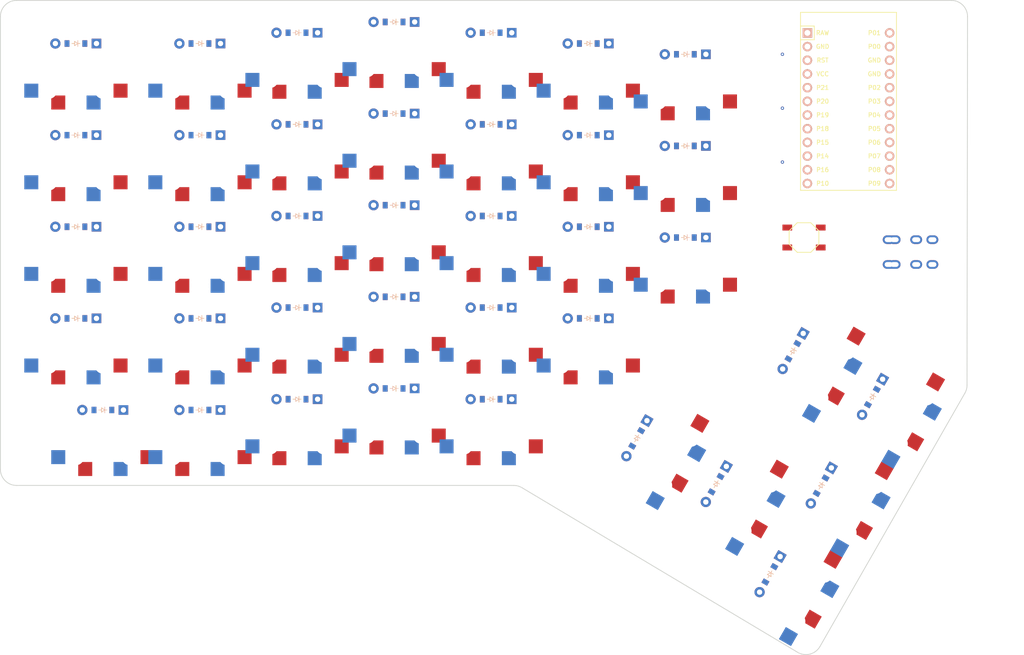
<source format=kicad_pcb>
(kicad_pcb (version 20171130) (host pcbnew 5.1.6)
  (title_block (title mrkeys) (rev v1.0.0) (company Unknown))
  (layers (0 F.Cu signal) (31 B.Cu signal) (34 B.Paste user) (35 F.Paste user) (36 B.SilkS user) (37 F.SilkS user) (38 B.Mask user) (39 F.Mask user) (44 Edge.Cuts user))
  (net 0 "")
  (net 1 "far_arrows")
  (net 2 "P21")
  (net 3 "P02")
  (net 4 "far_bottom")
  (net 5 "P03")
  (net 6 "far_home")
  (net 7 "P04")
  (net 8 "far_top")
  (net 9 "P05")
  (net 10 "far_number")
  (net 11 "P06")
  (net 12 "pinkie_arrows")
  (net 13 "P20")
  (net 14 "pinkie_bottom")
  (net 15 "pinkie_home")
  (net 16 "pinkie_top")
  (net 17 "pinkie_number")
  (net 18 "ring_arrows")
  (net 19 "P19")
  (net 20 "ring_bottom")
  (net 21 "ring_home")
  (net 22 "ring_top")
  (net 23 "ring_number")
  (net 24 "middle_arrows")
  (net 25 "P18")
  (net 26 "middle_bottom")
  (net 27 "middle_home")
  (net 28 "middle_top")
  (net 29 "middle_number")
  (net 30 "index_arrows")
  (net 31 "P15")
  (net 32 "index_bottom")
  (net 33 "index_home")
  (net 34 "index_top")
  (net 35 "index_number")
  (net 36 "indexplus_bottom")
  (net 37 "P14")
  (net 38 "indexplus_home")
  (net 39 "indexplus_top")
  (net 40 "indexplus_number")
  (net 41 "inside_home")
  (net 42 "P16")
  (net 43 "inside_top")
  (net 44 "inside_number")
  (net 45 "tc1_tbottom")
  (net 46 "tc1_tmid")
  (net 47 "tc1_ttop")
  (net 48 "P07")
  (net 49 "tc2_tbottom")
  (net 50 "tc3_tbottom")
  (net 51 "tc3_tmid")
  (net 52 "RAW")
  (net 53 "GND")
  (net 54 "RST")
  (net 55 "VCC")
  (net 56 "P10")
  (net 57 "P1")
  (net 58 "P0")
  (net 59 "P2")
  (net 60 "P3")
  (net 61 "P4")
  (net 62 "P5")
  (net 63 "P6")
  (net 64 "P7")
  (net 65 "P8")
  (net 66 "P9")
  (net 67 "pos")
  (module PG1350 (layer F.Cu) (at 18 0 180)
    (fp_text reference "S1" hide)
    (fp_text value "" hide)
    (pad "" np_thru_hole circle (at 0 0) (size 3.429 3.429) (drill 3.429) (layers *.Cu *.Mask))
    (pad "" np_thru_hole circle (at 5.5 0) (size 1.7018 1.7018) (drill 1.7018) (layers *.Cu *.Mask))
    (pad "" np_thru_hole circle (at -5.5 0) (size 1.7018 1.7018) (drill 1.7018) (layers *.Cu *.Mask))
    (pad "" np_thru_hole circle (at 5 -3.75) (size 3 3) (drill 3) (layers *.Cu *.Mask))
    (pad "" np_thru_hole circle (at 0 -5.95) (size 3 3) (drill 3) (layers *.Cu *.Mask))
    (pad 1 smd rect (at -3.275 -5.95 180) (size 2.6 2.6) (layers B.Cu B.Paste B.Mask) (net 1 "far_arrows"))
    (pad 2 smd rect (at 8.275 -3.75 180) (size 2.6 2.6) (layers B.Cu B.Paste B.Mask) (net 2 "P21"))
    (pad "" np_thru_hole circle (at -5 -3.75) (size 3 3) (drill 3) (layers *.Cu *.Mask))
    (pad "" np_thru_hole circle (at 0 -5.95) (size 3 3) (drill 3) (layers *.Cu *.Mask))
    (pad 1 smd rect (at 3.275 -5.95 180) (size 2.6 2.6) (layers F.Cu F.Paste F.Mask) (net 1 "far_arrows"))
    (pad 2 smd rect (at -8.275 -3.75 180) (size 2.6 2.6) (layers F.Cu F.Paste F.Mask) (net 2 "P21"))
  )
  (module ComboDiode (layer F.Cu) (at 18 -5 180)
    (fp_text reference "D1" hide)
    (fp_text value "" hide)
    (pad 1 smd rect (at -1.65 0 180) (size 0.9 1.2) (layers F.Cu F.Paste F.Mask) (net 3 "P02"))
    (pad 2 smd rect (at 1.65 0 180) (size 0.9 1.2) (layers B.Cu B.Paste B.Mask) (net 1 "far_arrows"))
    (pad 1 smd rect (at -1.65 0 180) (size 0.9 1.2) (layers B.Cu B.Paste B.Mask) (net 3 "P02"))
    (pad 2 smd rect (at 1.65 0 180) (size 0.9 1.2) (layers F.Cu F.Paste F.Mask) (net 1 "far_arrows"))
    (pad 1 thru_hole circle (at 3.81 0 180) (size 1.905 1.905) (drill 0.9906) (layers *.Cu *.Mask) (net 1 "far_arrows"))
    (pad 2 thru_hole rect (at -3.81 0 180) (size 1.778 1.778) (drill 0.9906) (layers *.Cu *.Mask) (net 3 "P02"))
  )
  (module PG1350 (layer F.Cu) (at 13 -17 180)
    (fp_text reference "S2" hide)
    (fp_text value "" hide)
    (pad "" np_thru_hole circle (at 0 0) (size 3.429 3.429) (drill 3.429) (layers *.Cu *.Mask))
    (pad "" np_thru_hole circle (at 5.5 0) (size 1.7018 1.7018) (drill 1.7018) (layers *.Cu *.Mask))
    (pad "" np_thru_hole circle (at -5.5 0) (size 1.7018 1.7018) (drill 1.7018) (layers *.Cu *.Mask))
    (pad "" np_thru_hole circle (at 5 -3.75) (size 3 3) (drill 3) (layers *.Cu *.Mask))
    (pad "" np_thru_hole circle (at 0 -5.95) (size 3 3) (drill 3) (layers *.Cu *.Mask))
    (pad 1 smd rect (at -3.275 -5.95 180) (size 2.6 2.6) (layers B.Cu B.Paste B.Mask) (net 4 "far_bottom"))
    (pad 2 smd rect (at 8.275 -3.75 180) (size 2.6 2.6) (layers B.Cu B.Paste B.Mask) (net 2 "P21"))
    (pad "" np_thru_hole circle (at -5 -3.75) (size 3 3) (drill 3) (layers *.Cu *.Mask))
    (pad "" np_thru_hole circle (at 0 -5.95) (size 3 3) (drill 3) (layers *.Cu *.Mask))
    (pad 1 smd rect (at 3.275 -5.95 180) (size 2.6 2.6) (layers F.Cu F.Paste F.Mask) (net 4 "far_bottom"))
    (pad 2 smd rect (at -8.275 -3.75 180) (size 2.6 2.6) (layers F.Cu F.Paste F.Mask) (net 2 "P21"))
  )
  (module ComboDiode (layer F.Cu) (at 13 -22 180)
    (fp_text reference "D2" hide)
    (fp_text value "" hide)
    (pad 1 smd rect (at -1.65 0 180) (size 0.9 1.2) (layers F.Cu F.Paste F.Mask) (net 5 "P03"))
    (pad 2 smd rect (at 1.65 0 180) (size 0.9 1.2) (layers B.Cu B.Paste B.Mask) (net 4 "far_bottom"))
    (pad 1 smd rect (at -1.65 0 180) (size 0.9 1.2) (layers B.Cu B.Paste B.Mask) (net 5 "P03"))
    (pad 2 smd rect (at 1.65 0 180) (size 0.9 1.2) (layers F.Cu F.Paste F.Mask) (net 4 "far_bottom"))
    (pad 1 thru_hole circle (at 3.81 0 180) (size 1.905 1.905) (drill 0.9906) (layers *.Cu *.Mask) (net 4 "far_bottom"))
    (pad 2 thru_hole rect (at -3.81 0 180) (size 1.778 1.778) (drill 0.9906) (layers *.Cu *.Mask) (net 5 "P03"))
  )
  (module PG1350 (layer F.Cu) (at 13 -34 180)
    (fp_text reference "S3" hide)
    (fp_text value "" hide)
    (pad "" np_thru_hole circle (at 0 0) (size 3.429 3.429) (drill 3.429) (layers *.Cu *.Mask))
    (pad "" np_thru_hole circle (at 5.5 0) (size 1.7018 1.7018) (drill 1.7018) (layers *.Cu *.Mask))
    (pad "" np_thru_hole circle (at -5.5 0) (size 1.7018 1.7018) (drill 1.7018) (layers *.Cu *.Mask))
    (pad "" np_thru_hole circle (at 5 -3.75) (size 3 3) (drill 3) (layers *.Cu *.Mask))
    (pad "" np_thru_hole circle (at 0 -5.95) (size 3 3) (drill 3) (layers *.Cu *.Mask))
    (pad 1 smd rect (at -3.275 -5.95 180) (size 2.6 2.6) (layers B.Cu B.Paste B.Mask) (net 6 "far_home"))
    (pad 2 smd rect (at 8.275 -3.75 180) (size 2.6 2.6) (layers B.Cu B.Paste B.Mask) (net 2 "P21"))
    (pad "" np_thru_hole circle (at -5 -3.75) (size 3 3) (drill 3) (layers *.Cu *.Mask))
    (pad "" np_thru_hole circle (at 0 -5.95) (size 3 3) (drill 3) (layers *.Cu *.Mask))
    (pad 1 smd rect (at 3.275 -5.95 180) (size 2.6 2.6) (layers F.Cu F.Paste F.Mask) (net 6 "far_home"))
    (pad 2 smd rect (at -8.275 -3.75 180) (size 2.6 2.6) (layers F.Cu F.Paste F.Mask) (net 2 "P21"))
  )
  (module ComboDiode (layer F.Cu) (at 13 -39 180)
    (fp_text reference "D3" hide)
    (fp_text value "" hide)
    (pad 1 smd rect (at -1.65 0 180) (size 0.9 1.2) (layers F.Cu F.Paste F.Mask) (net 7 "P04"))
    (pad 2 smd rect (at 1.65 0 180) (size 0.9 1.2) (layers B.Cu B.Paste B.Mask) (net 6 "far_home"))
    (pad 1 smd rect (at -1.65 0 180) (size 0.9 1.2) (layers B.Cu B.Paste B.Mask) (net 7 "P04"))
    (pad 2 smd rect (at 1.65 0 180) (size 0.9 1.2) (layers F.Cu F.Paste F.Mask) (net 6 "far_home"))
    (pad 1 thru_hole circle (at 3.81 0 180) (size 1.905 1.905) (drill 0.9906) (layers *.Cu *.Mask) (net 6 "far_home"))
    (pad 2 thru_hole rect (at -3.81 0 180) (size 1.778 1.778) (drill 0.9906) (layers *.Cu *.Mask) (net 7 "P04"))
  )
  (module PG1350 (layer F.Cu) (at 13 -51 180)
    (fp_text reference "S4" hide)
    (fp_text value "" hide)
    (pad "" np_thru_hole circle (at 0 0) (size 3.429 3.429) (drill 3.429) (layers *.Cu *.Mask))
    (pad "" np_thru_hole circle (at 5.5 0) (size 1.7018 1.7018) (drill 1.7018) (layers *.Cu *.Mask))
    (pad "" np_thru_hole circle (at -5.5 0) (size 1.7018 1.7018) (drill 1.7018) (layers *.Cu *.Mask))
    (pad "" np_thru_hole circle (at 5 -3.75) (size 3 3) (drill 3) (layers *.Cu *.Mask))
    (pad "" np_thru_hole circle (at 0 -5.95) (size 3 3) (drill 3) (layers *.Cu *.Mask))
    (pad 1 smd rect (at -3.275 -5.95 180) (size 2.6 2.6) (layers B.Cu B.Paste B.Mask) (net 8 "far_top"))
    (pad 2 smd rect (at 8.275 -3.75 180) (size 2.6 2.6) (layers B.Cu B.Paste B.Mask) (net 2 "P21"))
    (pad "" np_thru_hole circle (at -5 -3.75) (size 3 3) (drill 3) (layers *.Cu *.Mask))
    (pad "" np_thru_hole circle (at 0 -5.95) (size 3 3) (drill 3) (layers *.Cu *.Mask))
    (pad 1 smd rect (at 3.275 -5.95 180) (size 2.6 2.6) (layers F.Cu F.Paste F.Mask) (net 8 "far_top"))
    (pad 2 smd rect (at -8.275 -3.75 180) (size 2.6 2.6) (layers F.Cu F.Paste F.Mask) (net 2 "P21"))
  )
  (module ComboDiode (layer F.Cu) (at 13 -56 180)
    (fp_text reference "D4" hide)
    (fp_text value "" hide)
    (pad 1 smd rect (at -1.65 0 180) (size 0.9 1.2) (layers F.Cu F.Paste F.Mask) (net 9 "P05"))
    (pad 2 smd rect (at 1.65 0 180) (size 0.9 1.2) (layers B.Cu B.Paste B.Mask) (net 8 "far_top"))
    (pad 1 smd rect (at -1.65 0 180) (size 0.9 1.2) (layers B.Cu B.Paste B.Mask) (net 9 "P05"))
    (pad 2 smd rect (at 1.65 0 180) (size 0.9 1.2) (layers F.Cu F.Paste F.Mask) (net 8 "far_top"))
    (pad 1 thru_hole circle (at 3.81 0 180) (size 1.905 1.905) (drill 0.9906) (layers *.Cu *.Mask) (net 8 "far_top"))
    (pad 2 thru_hole rect (at -3.81 0 180) (size 1.778 1.778) (drill 0.9906) (layers *.Cu *.Mask) (net 9 "P05"))
  )
  (module PG1350 (layer F.Cu) (at 13 -68 180)
    (fp_text reference "S5" hide)
    (fp_text value "" hide)
    (pad "" np_thru_hole circle (at 0 0) (size 3.429 3.429) (drill 3.429) (layers *.Cu *.Mask))
    (pad "" np_thru_hole circle (at 5.5 0) (size 1.7018 1.7018) (drill 1.7018) (layers *.Cu *.Mask))
    (pad "" np_thru_hole circle (at -5.5 0) (size 1.7018 1.7018) (drill 1.7018) (layers *.Cu *.Mask))
    (pad "" np_thru_hole circle (at 5 -3.75) (size 3 3) (drill 3) (layers *.Cu *.Mask))
    (pad "" np_thru_hole circle (at 0 -5.95) (size 3 3) (drill 3) (layers *.Cu *.Mask))
    (pad 1 smd rect (at -3.275 -5.95 180) (size 2.6 2.6) (layers B.Cu B.Paste B.Mask) (net 10 "far_number"))
    (pad 2 smd rect (at 8.275 -3.75 180) (size 2.6 2.6) (layers B.Cu B.Paste B.Mask) (net 2 "P21"))
    (pad "" np_thru_hole circle (at -5 -3.75) (size 3 3) (drill 3) (layers *.Cu *.Mask))
    (pad "" np_thru_hole circle (at 0 -5.95) (size 3 3) (drill 3) (layers *.Cu *.Mask))
    (pad 1 smd rect (at 3.275 -5.95 180) (size 2.6 2.6) (layers F.Cu F.Paste F.Mask) (net 10 "far_number"))
    (pad 2 smd rect (at -8.275 -3.75 180) (size 2.6 2.6) (layers F.Cu F.Paste F.Mask) (net 2 "P21"))
  )
  (module ComboDiode (layer F.Cu) (at 13 -73 180)
    (fp_text reference "D5" hide)
    (fp_text value "" hide)
    (pad 1 smd rect (at -1.65 0 180) (size 0.9 1.2) (layers F.Cu F.Paste F.Mask) (net 11 "P06"))
    (pad 2 smd rect (at 1.65 0 180) (size 0.9 1.2) (layers B.Cu B.Paste B.Mask) (net 10 "far_number"))
    (pad 1 smd rect (at -1.65 0 180) (size 0.9 1.2) (layers B.Cu B.Paste B.Mask) (net 11 "P06"))
    (pad 2 smd rect (at 1.65 0 180) (size 0.9 1.2) (layers F.Cu F.Paste F.Mask) (net 10 "far_number"))
    (pad 1 thru_hole circle (at 3.81 0 180) (size 1.905 1.905) (drill 0.9906) (layers *.Cu *.Mask) (net 10 "far_number"))
    (pad 2 thru_hole rect (at -3.81 0 180) (size 1.778 1.778) (drill 0.9906) (layers *.Cu *.Mask) (net 11 "P06"))
  )
  (module PG1350 (layer F.Cu) (at 36 0 180)
    (fp_text reference "S6" hide)
    (fp_text value "" hide)
    (pad "" np_thru_hole circle (at 0 0) (size 3.429 3.429) (drill 3.429) (layers *.Cu *.Mask))
    (pad "" np_thru_hole circle (at 5.5 0) (size 1.7018 1.7018) (drill 1.7018) (layers *.Cu *.Mask))
    (pad "" np_thru_hole circle (at -5.5 0) (size 1.7018 1.7018) (drill 1.7018) (layers *.Cu *.Mask))
    (pad "" np_thru_hole circle (at 5 -3.75) (size 3 3) (drill 3) (layers *.Cu *.Mask))
    (pad "" np_thru_hole circle (at 0 -5.95) (size 3 3) (drill 3) (layers *.Cu *.Mask))
    (pad 1 smd rect (at -3.275 -5.95 180) (size 2.6 2.6) (layers B.Cu B.Paste B.Mask) (net 12 "pinkie_arrows"))
    (pad 2 smd rect (at 8.275 -3.75 180) (size 2.6 2.6) (layers B.Cu B.Paste B.Mask) (net 13 "P20"))
    (pad "" np_thru_hole circle (at -5 -3.75) (size 3 3) (drill 3) (layers *.Cu *.Mask))
    (pad "" np_thru_hole circle (at 0 -5.95) (size 3 3) (drill 3) (layers *.Cu *.Mask))
    (pad 1 smd rect (at 3.275 -5.95 180) (size 2.6 2.6) (layers F.Cu F.Paste F.Mask) (net 12 "pinkie_arrows"))
    (pad 2 smd rect (at -8.275 -3.75 180) (size 2.6 2.6) (layers F.Cu F.Paste F.Mask) (net 13 "P20"))
  )
  (module ComboDiode (layer F.Cu) (at 36 -5 180)
    (fp_text reference "D6" hide)
    (fp_text value "" hide)
    (pad 1 smd rect (at -1.65 0 180) (size 0.9 1.2) (layers F.Cu F.Paste F.Mask) (net 3 "P02"))
    (pad 2 smd rect (at 1.65 0 180) (size 0.9 1.2) (layers B.Cu B.Paste B.Mask) (net 12 "pinkie_arrows"))
    (pad 1 smd rect (at -1.65 0 180) (size 0.9 1.2) (layers B.Cu B.Paste B.Mask) (net 3 "P02"))
    (pad 2 smd rect (at 1.65 0 180) (size 0.9 1.2) (layers F.Cu F.Paste F.Mask) (net 12 "pinkie_arrows"))
    (pad 1 thru_hole circle (at 3.81 0 180) (size 1.905 1.905) (drill 0.9906) (layers *.Cu *.Mask) (net 12 "pinkie_arrows"))
    (pad 2 thru_hole rect (at -3.81 0 180) (size 1.778 1.778) (drill 0.9906) (layers *.Cu *.Mask) (net 3 "P02"))
  )
  (module PG1350 (layer F.Cu) (at 36 -17 180)
    (fp_text reference "S7" hide)
    (fp_text value "" hide)
    (pad "" np_thru_hole circle (at 0 0) (size 3.429 3.429) (drill 3.429) (layers *.Cu *.Mask))
    (pad "" np_thru_hole circle (at 5.5 0) (size 1.7018 1.7018) (drill 1.7018) (layers *.Cu *.Mask))
    (pad "" np_thru_hole circle (at -5.5 0) (size 1.7018 1.7018) (drill 1.7018) (layers *.Cu *.Mask))
    (pad "" np_thru_hole circle (at 5 -3.75) (size 3 3) (drill 3) (layers *.Cu *.Mask))
    (pad "" np_thru_hole circle (at 0 -5.95) (size 3 3) (drill 3) (layers *.Cu *.Mask))
    (pad 1 smd rect (at -3.275 -5.95 180) (size 2.6 2.6) (layers B.Cu B.Paste B.Mask) (net 14 "pinkie_bottom"))
    (pad 2 smd rect (at 8.275 -3.75 180) (size 2.6 2.6) (layers B.Cu B.Paste B.Mask) (net 13 "P20"))
    (pad "" np_thru_hole circle (at -5 -3.75) (size 3 3) (drill 3) (layers *.Cu *.Mask))
    (pad "" np_thru_hole circle (at 0 -5.95) (size 3 3) (drill 3) (layers *.Cu *.Mask))
    (pad 1 smd rect (at 3.275 -5.95 180) (size 2.6 2.6) (layers F.Cu F.Paste F.Mask) (net 14 "pinkie_bottom"))
    (pad 2 smd rect (at -8.275 -3.75 180) (size 2.6 2.6) (layers F.Cu F.Paste F.Mask) (net 13 "P20"))
  )
  (module ComboDiode (layer F.Cu) (at 36 -22 180)
    (fp_text reference "D7" hide)
    (fp_text value "" hide)
    (pad 1 smd rect (at -1.65 0 180) (size 0.9 1.2) (layers F.Cu F.Paste F.Mask) (net 5 "P03"))
    (pad 2 smd rect (at 1.65 0 180) (size 0.9 1.2) (layers B.Cu B.Paste B.Mask) (net 14 "pinkie_bottom"))
    (pad 1 smd rect (at -1.65 0 180) (size 0.9 1.2) (layers B.Cu B.Paste B.Mask) (net 5 "P03"))
    (pad 2 smd rect (at 1.65 0 180) (size 0.9 1.2) (layers F.Cu F.Paste F.Mask) (net 14 "pinkie_bottom"))
    (pad 1 thru_hole circle (at 3.81 0 180) (size 1.905 1.905) (drill 0.9906) (layers *.Cu *.Mask) (net 14 "pinkie_bottom"))
    (pad 2 thru_hole rect (at -3.81 0 180) (size 1.778 1.778) (drill 0.9906) (layers *.Cu *.Mask) (net 5 "P03"))
  )
  (module PG1350 (layer F.Cu) (at 36 -34 180)
    (fp_text reference "S8" hide)
    (fp_text value "" hide)
    (pad "" np_thru_hole circle (at 0 0) (size 3.429 3.429) (drill 3.429) (layers *.Cu *.Mask))
    (pad "" np_thru_hole circle (at 5.5 0) (size 1.7018 1.7018) (drill 1.7018) (layers *.Cu *.Mask))
    (pad "" np_thru_hole circle (at -5.5 0) (size 1.7018 1.7018) (drill 1.7018) (layers *.Cu *.Mask))
    (pad "" np_thru_hole circle (at 5 -3.75) (size 3 3) (drill 3) (layers *.Cu *.Mask))
    (pad "" np_thru_hole circle (at 0 -5.95) (size 3 3) (drill 3) (layers *.Cu *.Mask))
    (pad 1 smd rect (at -3.275 -5.95 180) (size 2.6 2.6) (layers B.Cu B.Paste B.Mask) (net 15 "pinkie_home"))
    (pad 2 smd rect (at 8.275 -3.75 180) (size 2.6 2.6) (layers B.Cu B.Paste B.Mask) (net 13 "P20"))
    (pad "" np_thru_hole circle (at -5 -3.75) (size 3 3) (drill 3) (layers *.Cu *.Mask))
    (pad "" np_thru_hole circle (at 0 -5.95) (size 3 3) (drill 3) (layers *.Cu *.Mask))
    (pad 1 smd rect (at 3.275 -5.95 180) (size 2.6 2.6) (layers F.Cu F.Paste F.Mask) (net 15 "pinkie_home"))
    (pad 2 smd rect (at -8.275 -3.75 180) (size 2.6 2.6) (layers F.Cu F.Paste F.Mask) (net 13 "P20"))
  )
  (module ComboDiode (layer F.Cu) (at 36 -39 180)
    (fp_text reference "D8" hide)
    (fp_text value "" hide)
    (pad 1 smd rect (at -1.65 0 180) (size 0.9 1.2) (layers F.Cu F.Paste F.Mask) (net 7 "P04"))
    (pad 2 smd rect (at 1.65 0 180) (size 0.9 1.2) (layers B.Cu B.Paste B.Mask) (net 15 "pinkie_home"))
    (pad 1 smd rect (at -1.65 0 180) (size 0.9 1.2) (layers B.Cu B.Paste B.Mask) (net 7 "P04"))
    (pad 2 smd rect (at 1.65 0 180) (size 0.9 1.2) (layers F.Cu F.Paste F.Mask) (net 15 "pinkie_home"))
    (pad 1 thru_hole circle (at 3.81 0 180) (size 1.905 1.905) (drill 0.9906) (layers *.Cu *.Mask) (net 15 "pinkie_home"))
    (pad 2 thru_hole rect (at -3.81 0 180) (size 1.778 1.778) (drill 0.9906) (layers *.Cu *.Mask) (net 7 "P04"))
  )
  (module PG1350 (layer F.Cu) (at 36 -51 180)
    (fp_text reference "S9" hide)
    (fp_text value "" hide)
    (pad "" np_thru_hole circle (at 0 0) (size 3.429 3.429) (drill 3.429) (layers *.Cu *.Mask))
    (pad "" np_thru_hole circle (at 5.5 0) (size 1.7018 1.7018) (drill 1.7018) (layers *.Cu *.Mask))
    (pad "" np_thru_hole circle (at -5.5 0) (size 1.7018 1.7018) (drill 1.7018) (layers *.Cu *.Mask))
    (pad "" np_thru_hole circle (at 5 -3.75) (size 3 3) (drill 3) (layers *.Cu *.Mask))
    (pad "" np_thru_hole circle (at 0 -5.95) (size 3 3) (drill 3) (layers *.Cu *.Mask))
    (pad 1 smd rect (at -3.275 -5.95 180) (size 2.6 2.6) (layers B.Cu B.Paste B.Mask) (net 16 "pinkie_top"))
    (pad 2 smd rect (at 8.275 -3.75 180) (size 2.6 2.6) (layers B.Cu B.Paste B.Mask) (net 13 "P20"))
    (pad "" np_thru_hole circle (at -5 -3.75) (size 3 3) (drill 3) (layers *.Cu *.Mask))
    (pad "" np_thru_hole circle (at 0 -5.95) (size 3 3) (drill 3) (layers *.Cu *.Mask))
    (pad 1 smd rect (at 3.275 -5.95 180) (size 2.6 2.6) (layers F.Cu F.Paste F.Mask) (net 16 "pinkie_top"))
    (pad 2 smd rect (at -8.275 -3.75 180) (size 2.6 2.6) (layers F.Cu F.Paste F.Mask) (net 13 "P20"))
  )
  (module ComboDiode (layer F.Cu) (at 36 -56 180)
    (fp_text reference "D9" hide)
    (fp_text value "" hide)
    (pad 1 smd rect (at -1.65 0 180) (size 0.9 1.2) (layers F.Cu F.Paste F.Mask) (net 9 "P05"))
    (pad 2 smd rect (at 1.65 0 180) (size 0.9 1.2) (layers B.Cu B.Paste B.Mask) (net 16 "pinkie_top"))
    (pad 1 smd rect (at -1.65 0 180) (size 0.9 1.2) (layers B.Cu B.Paste B.Mask) (net 9 "P05"))
    (pad 2 smd rect (at 1.65 0 180) (size 0.9 1.2) (layers F.Cu F.Paste F.Mask) (net 16 "pinkie_top"))
    (pad 1 thru_hole circle (at 3.81 0 180) (size 1.905 1.905) (drill 0.9906) (layers *.Cu *.Mask) (net 16 "pinkie_top"))
    (pad 2 thru_hole rect (at -3.81 0 180) (size 1.778 1.778) (drill 0.9906) (layers *.Cu *.Mask) (net 9 "P05"))
  )
  (module PG1350 (layer F.Cu) (at 36 -68 180)
    (fp_text reference "S10" hide)
    (fp_text value "" hide)
    (pad "" np_thru_hole circle (at 0 0) (size 3.429 3.429) (drill 3.429) (layers *.Cu *.Mask))
    (pad "" np_thru_hole circle (at 5.5 0) (size 1.7018 1.7018) (drill 1.7018) (layers *.Cu *.Mask))
    (pad "" np_thru_hole circle (at -5.5 0) (size 1.7018 1.7018) (drill 1.7018) (layers *.Cu *.Mask))
    (pad "" np_thru_hole circle (at 5 -3.75) (size 3 3) (drill 3) (layers *.Cu *.Mask))
    (pad "" np_thru_hole circle (at 0 -5.95) (size 3 3) (drill 3) (layers *.Cu *.Mask))
    (pad 1 smd rect (at -3.275 -5.95 180) (size 2.6 2.6) (layers B.Cu B.Paste B.Mask) (net 17 "pinkie_number"))
    (pad 2 smd rect (at 8.275 -3.75 180) (size 2.6 2.6) (layers B.Cu B.Paste B.Mask) (net 13 "P20"))
    (pad "" np_thru_hole circle (at -5 -3.75) (size 3 3) (drill 3) (layers *.Cu *.Mask))
    (pad "" np_thru_hole circle (at 0 -5.95) (size 3 3) (drill 3) (layers *.Cu *.Mask))
    (pad 1 smd rect (at 3.275 -5.95 180) (size 2.6 2.6) (layers F.Cu F.Paste F.Mask) (net 17 "pinkie_number"))
    (pad 2 smd rect (at -8.275 -3.75 180) (size 2.6 2.6) (layers F.Cu F.Paste F.Mask) (net 13 "P20"))
  )
  (module ComboDiode (layer F.Cu) (at 36 -73 180)
    (fp_text reference "D10" hide)
    (fp_text value "" hide)
    (pad 1 smd rect (at -1.65 0 180) (size 0.9 1.2) (layers F.Cu F.Paste F.Mask) (net 11 "P06"))
    (pad 2 smd rect (at 1.65 0 180) (size 0.9 1.2) (layers B.Cu B.Paste B.Mask) (net 17 "pinkie_number"))
    (pad 1 smd rect (at -1.65 0 180) (size 0.9 1.2) (layers B.Cu B.Paste B.Mask) (net 11 "P06"))
    (pad 2 smd rect (at 1.65 0 180) (size 0.9 1.2) (layers F.Cu F.Paste F.Mask) (net 17 "pinkie_number"))
    (pad 1 thru_hole circle (at 3.81 0 180) (size 1.905 1.905) (drill 0.9906) (layers *.Cu *.Mask) (net 17 "pinkie_number"))
    (pad 2 thru_hole rect (at -3.81 0 180) (size 1.778 1.778) (drill 0.9906) (layers *.Cu *.Mask) (net 11 "P06"))
  )
  (module PG1350 (layer F.Cu) (at 54 -2 180)
    (fp_text reference "S11" hide)
    (fp_text value "" hide)
    (pad "" np_thru_hole circle (at 0 0) (size 3.429 3.429) (drill 3.429) (layers *.Cu *.Mask))
    (pad "" np_thru_hole circle (at 5.5 0) (size 1.7018 1.7018) (drill 1.7018) (layers *.Cu *.Mask))
    (pad "" np_thru_hole circle (at -5.5 0) (size 1.7018 1.7018) (drill 1.7018) (layers *.Cu *.Mask))
    (pad "" np_thru_hole circle (at 5 -3.75) (size 3 3) (drill 3) (layers *.Cu *.Mask))
    (pad "" np_thru_hole circle (at 0 -5.95) (size 3 3) (drill 3) (layers *.Cu *.Mask))
    (pad 1 smd rect (at -3.275 -5.95 180) (size 2.6 2.6) (layers B.Cu B.Paste B.Mask) (net 18 "ring_arrows"))
    (pad 2 smd rect (at 8.275 -3.75 180) (size 2.6 2.6) (layers B.Cu B.Paste B.Mask) (net 19 "P19"))
    (pad "" np_thru_hole circle (at -5 -3.75) (size 3 3) (drill 3) (layers *.Cu *.Mask))
    (pad "" np_thru_hole circle (at 0 -5.95) (size 3 3) (drill 3) (layers *.Cu *.Mask))
    (pad 1 smd rect (at 3.275 -5.95 180) (size 2.6 2.6) (layers F.Cu F.Paste F.Mask) (net 18 "ring_arrows"))
    (pad 2 smd rect (at -8.275 -3.75 180) (size 2.6 2.6) (layers F.Cu F.Paste F.Mask) (net 19 "P19"))
  )
  (module ComboDiode (layer F.Cu) (at 54 -7 180)
    (fp_text reference "D11" hide)
    (fp_text value "" hide)
    (pad 1 smd rect (at -1.65 0 180) (size 0.9 1.2) (layers F.Cu F.Paste F.Mask) (net 3 "P02"))
    (pad 2 smd rect (at 1.65 0 180) (size 0.9 1.2) (layers B.Cu B.Paste B.Mask) (net 18 "ring_arrows"))
    (pad 1 smd rect (at -1.65 0 180) (size 0.9 1.2) (layers B.Cu B.Paste B.Mask) (net 3 "P02"))
    (pad 2 smd rect (at 1.65 0 180) (size 0.9 1.2) (layers F.Cu F.Paste F.Mask) (net 18 "ring_arrows"))
    (pad 1 thru_hole circle (at 3.81 0 180) (size 1.905 1.905) (drill 0.9906) (layers *.Cu *.Mask) (net 18 "ring_arrows"))
    (pad 2 thru_hole rect (at -3.81 0 180) (size 1.778 1.778) (drill 0.9906) (layers *.Cu *.Mask) (net 3 "P02"))
  )
  (module PG1350 (layer F.Cu) (at 54 -19 180)
    (fp_text reference "S12" hide)
    (fp_text value "" hide)
    (pad "" np_thru_hole circle (at 0 0) (size 3.429 3.429) (drill 3.429) (layers *.Cu *.Mask))
    (pad "" np_thru_hole circle (at 5.5 0) (size 1.7018 1.7018) (drill 1.7018) (layers *.Cu *.Mask))
    (pad "" np_thru_hole circle (at -5.5 0) (size 1.7018 1.7018) (drill 1.7018) (layers *.Cu *.Mask))
    (pad "" np_thru_hole circle (at 5 -3.75) (size 3 3) (drill 3) (layers *.Cu *.Mask))
    (pad "" np_thru_hole circle (at 0 -5.95) (size 3 3) (drill 3) (layers *.Cu *.Mask))
    (pad 1 smd rect (at -3.275 -5.95 180) (size 2.6 2.6) (layers B.Cu B.Paste B.Mask) (net 20 "ring_bottom"))
    (pad 2 smd rect (at 8.275 -3.75 180) (size 2.6 2.6) (layers B.Cu B.Paste B.Mask) (net 19 "P19"))
    (pad "" np_thru_hole circle (at -5 -3.75) (size 3 3) (drill 3) (layers *.Cu *.Mask))
    (pad "" np_thru_hole circle (at 0 -5.95) (size 3 3) (drill 3) (layers *.Cu *.Mask))
    (pad 1 smd rect (at 3.275 -5.95 180) (size 2.6 2.6) (layers F.Cu F.Paste F.Mask) (net 20 "ring_bottom"))
    (pad 2 smd rect (at -8.275 -3.75 180) (size 2.6 2.6) (layers F.Cu F.Paste F.Mask) (net 19 "P19"))
  )
  (module ComboDiode (layer F.Cu) (at 54 -24 180)
    (fp_text reference "D12" hide)
    (fp_text value "" hide)
    (pad 1 smd rect (at -1.65 0 180) (size 0.9 1.2) (layers F.Cu F.Paste F.Mask) (net 5 "P03"))
    (pad 2 smd rect (at 1.65 0 180) (size 0.9 1.2) (layers B.Cu B.Paste B.Mask) (net 20 "ring_bottom"))
    (pad 1 smd rect (at -1.65 0 180) (size 0.9 1.2) (layers B.Cu B.Paste B.Mask) (net 5 "P03"))
    (pad 2 smd rect (at 1.65 0 180) (size 0.9 1.2) (layers F.Cu F.Paste F.Mask) (net 20 "ring_bottom"))
    (pad 1 thru_hole circle (at 3.81 0 180) (size 1.905 1.905) (drill 0.9906) (layers *.Cu *.Mask) (net 20 "ring_bottom"))
    (pad 2 thru_hole rect (at -3.81 0 180) (size 1.778 1.778) (drill 0.9906) (layers *.Cu *.Mask) (net 5 "P03"))
  )
  (module PG1350 (layer F.Cu) (at 54 -36 180)
    (fp_text reference "S13" hide)
    (fp_text value "" hide)
    (pad "" np_thru_hole circle (at 0 0) (size 3.429 3.429) (drill 3.429) (layers *.Cu *.Mask))
    (pad "" np_thru_hole circle (at 5.5 0) (size 1.7018 1.7018) (drill 1.7018) (layers *.Cu *.Mask))
    (pad "" np_thru_hole circle (at -5.5 0) (size 1.7018 1.7018) (drill 1.7018) (layers *.Cu *.Mask))
    (pad "" np_thru_hole circle (at 5 -3.75) (size 3 3) (drill 3) (layers *.Cu *.Mask))
    (pad "" np_thru_hole circle (at 0 -5.95) (size 3 3) (drill 3) (layers *.Cu *.Mask))
    (pad 1 smd rect (at -3.275 -5.95 180) (size 2.6 2.6) (layers B.Cu B.Paste B.Mask) (net 21 "ring_home"))
    (pad 2 smd rect (at 8.275 -3.75 180) (size 2.6 2.6) (layers B.Cu B.Paste B.Mask) (net 19 "P19"))
    (pad "" np_thru_hole circle (at -5 -3.75) (size 3 3) (drill 3) (layers *.Cu *.Mask))
    (pad "" np_thru_hole circle (at 0 -5.95) (size 3 3) (drill 3) (layers *.Cu *.Mask))
    (pad 1 smd rect (at 3.275 -5.95 180) (size 2.6 2.6) (layers F.Cu F.Paste F.Mask) (net 21 "ring_home"))
    (pad 2 smd rect (at -8.275 -3.75 180) (size 2.6 2.6) (layers F.Cu F.Paste F.Mask) (net 19 "P19"))
  )
  (module ComboDiode (layer F.Cu) (at 54 -41 180)
    (fp_text reference "D13" hide)
    (fp_text value "" hide)
    (pad 1 smd rect (at -1.65 0 180) (size 0.9 1.2) (layers F.Cu F.Paste F.Mask) (net 7 "P04"))
    (pad 2 smd rect (at 1.65 0 180) (size 0.9 1.2) (layers B.Cu B.Paste B.Mask) (net 21 "ring_home"))
    (pad 1 smd rect (at -1.65 0 180) (size 0.9 1.2) (layers B.Cu B.Paste B.Mask) (net 7 "P04"))
    (pad 2 smd rect (at 1.65 0 180) (size 0.9 1.2) (layers F.Cu F.Paste F.Mask) (net 21 "ring_home"))
    (pad 1 thru_hole circle (at 3.81 0 180) (size 1.905 1.905) (drill 0.9906) (layers *.Cu *.Mask) (net 21 "ring_home"))
    (pad 2 thru_hole rect (at -3.81 0 180) (size 1.778 1.778) (drill 0.9906) (layers *.Cu *.Mask) (net 7 "P04"))
  )
  (module PG1350 (layer F.Cu) (at 54 -53 180)
    (fp_text reference "S14" hide)
    (fp_text value "" hide)
    (pad "" np_thru_hole circle (at 0 0) (size 3.429 3.429) (drill 3.429) (layers *.Cu *.Mask))
    (pad "" np_thru_hole circle (at 5.5 0) (size 1.7018 1.7018) (drill 1.7018) (layers *.Cu *.Mask))
    (pad "" np_thru_hole circle (at -5.5 0) (size 1.7018 1.7018) (drill 1.7018) (layers *.Cu *.Mask))
    (pad "" np_thru_hole circle (at 5 -3.75) (size 3 3) (drill 3) (layers *.Cu *.Mask))
    (pad "" np_thru_hole circle (at 0 -5.95) (size 3 3) (drill 3) (layers *.Cu *.Mask))
    (pad 1 smd rect (at -3.275 -5.95 180) (size 2.6 2.6) (layers B.Cu B.Paste B.Mask) (net 22 "ring_top"))
    (pad 2 smd rect (at 8.275 -3.75 180) (size 2.6 2.6) (layers B.Cu B.Paste B.Mask) (net 19 "P19"))
    (pad "" np_thru_hole circle (at -5 -3.75) (size 3 3) (drill 3) (layers *.Cu *.Mask))
    (pad "" np_thru_hole circle (at 0 -5.95) (size 3 3) (drill 3) (layers *.Cu *.Mask))
    (pad 1 smd rect (at 3.275 -5.95 180) (size 2.6 2.6) (layers F.Cu F.Paste F.Mask) (net 22 "ring_top"))
    (pad 2 smd rect (at -8.275 -3.75 180) (size 2.6 2.6) (layers F.Cu F.Paste F.Mask) (net 19 "P19"))
  )
  (module ComboDiode (layer F.Cu) (at 54 -58 180)
    (fp_text reference "D14" hide)
    (fp_text value "" hide)
    (pad 1 smd rect (at -1.65 0 180) (size 0.9 1.2) (layers F.Cu F.Paste F.Mask) (net 9 "P05"))
    (pad 2 smd rect (at 1.65 0 180) (size 0.9 1.2) (layers B.Cu B.Paste B.Mask) (net 22 "ring_top"))
    (pad 1 smd rect (at -1.65 0 180) (size 0.9 1.2) (layers B.Cu B.Paste B.Mask) (net 9 "P05"))
    (pad 2 smd rect (at 1.65 0 180) (size 0.9 1.2) (layers F.Cu F.Paste F.Mask) (net 22 "ring_top"))
    (pad 1 thru_hole circle (at 3.81 0 180) (size 1.905 1.905) (drill 0.9906) (layers *.Cu *.Mask) (net 22 "ring_top"))
    (pad 2 thru_hole rect (at -3.81 0 180) (size 1.778 1.778) (drill 0.9906) (layers *.Cu *.Mask) (net 9 "P05"))
  )
  (module PG1350 (layer F.Cu) (at 54 -70 180)
    (fp_text reference "S15" hide)
    (fp_text value "" hide)
    (pad "" np_thru_hole circle (at 0 0) (size 3.429 3.429) (drill 3.429) (layers *.Cu *.Mask))
    (pad "" np_thru_hole circle (at 5.5 0) (size 1.7018 1.7018) (drill 1.7018) (layers *.Cu *.Mask))
    (pad "" np_thru_hole circle (at -5.5 0) (size 1.7018 1.7018) (drill 1.7018) (layers *.Cu *.Mask))
    (pad "" np_thru_hole circle (at 5 -3.75) (size 3 3) (drill 3) (layers *.Cu *.Mask))
    (pad "" np_thru_hole circle (at 0 -5.95) (size 3 3) (drill 3) (layers *.Cu *.Mask))
    (pad 1 smd rect (at -3.275 -5.95 180) (size 2.6 2.6) (layers B.Cu B.Paste B.Mask) (net 23 "ring_number"))
    (pad 2 smd rect (at 8.275 -3.75 180) (size 2.6 2.6) (layers B.Cu B.Paste B.Mask) (net 19 "P19"))
    (pad "" np_thru_hole circle (at -5 -3.75) (size 3 3) (drill 3) (layers *.Cu *.Mask))
    (pad "" np_thru_hole circle (at 0 -5.95) (size 3 3) (drill 3) (layers *.Cu *.Mask))
    (pad 1 smd rect (at 3.275 -5.95 180) (size 2.6 2.6) (layers F.Cu F.Paste F.Mask) (net 23 "ring_number"))
    (pad 2 smd rect (at -8.275 -3.75 180) (size 2.6 2.6) (layers F.Cu F.Paste F.Mask) (net 19 "P19"))
  )
  (module ComboDiode (layer F.Cu) (at 54 -75 180)
    (fp_text reference "D15" hide)
    (fp_text value "" hide)
    (pad 1 smd rect (at -1.65 0 180) (size 0.9 1.2) (layers F.Cu F.Paste F.Mask) (net 11 "P06"))
    (pad 2 smd rect (at 1.65 0 180) (size 0.9 1.2) (layers B.Cu B.Paste B.Mask) (net 23 "ring_number"))
    (pad 1 smd rect (at -1.65 0 180) (size 0.9 1.2) (layers B.Cu B.Paste B.Mask) (net 11 "P06"))
    (pad 2 smd rect (at 1.65 0 180) (size 0.9 1.2) (layers F.Cu F.Paste F.Mask) (net 23 "ring_number"))
    (pad 1 thru_hole circle (at 3.81 0 180) (size 1.905 1.905) (drill 0.9906) (layers *.Cu *.Mask) (net 23 "ring_number"))
    (pad 2 thru_hole rect (at -3.81 0 180) (size 1.778 1.778) (drill 0.9906) (layers *.Cu *.Mask) (net 11 "P06"))
  )
  (module PG1350 (layer F.Cu) (at 72 -4 180)
    (fp_text reference "S16" hide)
    (fp_text value "" hide)
    (pad "" np_thru_hole circle (at 0 0) (size 3.429 3.429) (drill 3.429) (layers *.Cu *.Mask))
    (pad "" np_thru_hole circle (at 5.5 0) (size 1.7018 1.7018) (drill 1.7018) (layers *.Cu *.Mask))
    (pad "" np_thru_hole circle (at -5.5 0) (size 1.7018 1.7018) (drill 1.7018) (layers *.Cu *.Mask))
    (pad "" np_thru_hole circle (at 5 -3.75) (size 3 3) (drill 3) (layers *.Cu *.Mask))
    (pad "" np_thru_hole circle (at 0 -5.95) (size 3 3) (drill 3) (layers *.Cu *.Mask))
    (pad 1 smd rect (at -3.275 -5.95 180) (size 2.6 2.6) (layers B.Cu B.Paste B.Mask) (net 24 "middle_arrows"))
    (pad 2 smd rect (at 8.275 -3.75 180) (size 2.6 2.6) (layers B.Cu B.Paste B.Mask) (net 25 "P18"))
    (pad "" np_thru_hole circle (at -5 -3.75) (size 3 3) (drill 3) (layers *.Cu *.Mask))
    (pad "" np_thru_hole circle (at 0 -5.95) (size 3 3) (drill 3) (layers *.Cu *.Mask))
    (pad 1 smd rect (at 3.275 -5.95 180) (size 2.6 2.6) (layers F.Cu F.Paste F.Mask) (net 24 "middle_arrows"))
    (pad 2 smd rect (at -8.275 -3.75 180) (size 2.6 2.6) (layers F.Cu F.Paste F.Mask) (net 25 "P18"))
  )
  (module ComboDiode (layer F.Cu) (at 72 -9 180)
    (fp_text reference "D16" hide)
    (fp_text value "" hide)
    (pad 1 smd rect (at -1.65 0 180) (size 0.9 1.2) (layers F.Cu F.Paste F.Mask) (net 3 "P02"))
    (pad 2 smd rect (at 1.65 0 180) (size 0.9 1.2) (layers B.Cu B.Paste B.Mask) (net 24 "middle_arrows"))
    (pad 1 smd rect (at -1.65 0 180) (size 0.9 1.2) (layers B.Cu B.Paste B.Mask) (net 3 "P02"))
    (pad 2 smd rect (at 1.65 0 180) (size 0.9 1.2) (layers F.Cu F.Paste F.Mask) (net 24 "middle_arrows"))
    (pad 1 thru_hole circle (at 3.81 0 180) (size 1.905 1.905) (drill 0.9906) (layers *.Cu *.Mask) (net 24 "middle_arrows"))
    (pad 2 thru_hole rect (at -3.81 0 180) (size 1.778 1.778) (drill 0.9906) (layers *.Cu *.Mask) (net 3 "P02"))
  )
  (module PG1350 (layer F.Cu) (at 72 -21 180)
    (fp_text reference "S17" hide)
    (fp_text value "" hide)
    (pad "" np_thru_hole circle (at 0 0) (size 3.429 3.429) (drill 3.429) (layers *.Cu *.Mask))
    (pad "" np_thru_hole circle (at 5.5 0) (size 1.7018 1.7018) (drill 1.7018) (layers *.Cu *.Mask))
    (pad "" np_thru_hole circle (at -5.5 0) (size 1.7018 1.7018) (drill 1.7018) (layers *.Cu *.Mask))
    (pad "" np_thru_hole circle (at 5 -3.75) (size 3 3) (drill 3) (layers *.Cu *.Mask))
    (pad "" np_thru_hole circle (at 0 -5.95) (size 3 3) (drill 3) (layers *.Cu *.Mask))
    (pad 1 smd rect (at -3.275 -5.95 180) (size 2.6 2.6) (layers B.Cu B.Paste B.Mask) (net 26 "middle_bottom"))
    (pad 2 smd rect (at 8.275 -3.75 180) (size 2.6 2.6) (layers B.Cu B.Paste B.Mask) (net 25 "P18"))
    (pad "" np_thru_hole circle (at -5 -3.75) (size 3 3) (drill 3) (layers *.Cu *.Mask))
    (pad "" np_thru_hole circle (at 0 -5.95) (size 3 3) (drill 3) (layers *.Cu *.Mask))
    (pad 1 smd rect (at 3.275 -5.95 180) (size 2.6 2.6) (layers F.Cu F.Paste F.Mask) (net 26 "middle_bottom"))
    (pad 2 smd rect (at -8.275 -3.75 180) (size 2.6 2.6) (layers F.Cu F.Paste F.Mask) (net 25 "P18"))
  )
  (module ComboDiode (layer F.Cu) (at 72 -26 180)
    (fp_text reference "D17" hide)
    (fp_text value "" hide)
    (pad 1 smd rect (at -1.65 0 180) (size 0.9 1.2) (layers F.Cu F.Paste F.Mask) (net 5 "P03"))
    (pad 2 smd rect (at 1.65 0 180) (size 0.9 1.2) (layers B.Cu B.Paste B.Mask) (net 26 "middle_bottom"))
    (pad 1 smd rect (at -1.65 0 180) (size 0.9 1.2) (layers B.Cu B.Paste B.Mask) (net 5 "P03"))
    (pad 2 smd rect (at 1.65 0 180) (size 0.9 1.2) (layers F.Cu F.Paste F.Mask) (net 26 "middle_bottom"))
    (pad 1 thru_hole circle (at 3.81 0 180) (size 1.905 1.905) (drill 0.9906) (layers *.Cu *.Mask) (net 26 "middle_bottom"))
    (pad 2 thru_hole rect (at -3.81 0 180) (size 1.778 1.778) (drill 0.9906) (layers *.Cu *.Mask) (net 5 "P03"))
  )
  (module PG1350 (layer F.Cu) (at 72 -38 180)
    (fp_text reference "S18" hide)
    (fp_text value "" hide)
    (pad "" np_thru_hole circle (at 0 0) (size 3.429 3.429) (drill 3.429) (layers *.Cu *.Mask))
    (pad "" np_thru_hole circle (at 5.5 0) (size 1.7018 1.7018) (drill 1.7018) (layers *.Cu *.Mask))
    (pad "" np_thru_hole circle (at -5.5 0) (size 1.7018 1.7018) (drill 1.7018) (layers *.Cu *.Mask))
    (pad "" np_thru_hole circle (at 5 -3.75) (size 3 3) (drill 3) (layers *.Cu *.Mask))
    (pad "" np_thru_hole circle (at 0 -5.95) (size 3 3) (drill 3) (layers *.Cu *.Mask))
    (pad 1 smd rect (at -3.275 -5.95 180) (size 2.6 2.6) (layers B.Cu B.Paste B.Mask) (net 27 "middle_home"))
    (pad 2 smd rect (at 8.275 -3.75 180) (size 2.6 2.6) (layers B.Cu B.Paste B.Mask) (net 25 "P18"))
    (pad "" np_thru_hole circle (at -5 -3.75) (size 3 3) (drill 3) (layers *.Cu *.Mask))
    (pad "" np_thru_hole circle (at 0 -5.95) (size 3 3) (drill 3) (layers *.Cu *.Mask))
    (pad 1 smd rect (at 3.275 -5.95 180) (size 2.6 2.6) (layers F.Cu F.Paste F.Mask) (net 27 "middle_home"))
    (pad 2 smd rect (at -8.275 -3.75 180) (size 2.6 2.6) (layers F.Cu F.Paste F.Mask) (net 25 "P18"))
  )
  (module ComboDiode (layer F.Cu) (at 72 -43 180)
    (fp_text reference "D18" hide)
    (fp_text value "" hide)
    (pad 1 smd rect (at -1.65 0 180) (size 0.9 1.2) (layers F.Cu F.Paste F.Mask) (net 7 "P04"))
    (pad 2 smd rect (at 1.65 0 180) (size 0.9 1.2) (layers B.Cu B.Paste B.Mask) (net 27 "middle_home"))
    (pad 1 smd rect (at -1.65 0 180) (size 0.9 1.2) (layers B.Cu B.Paste B.Mask) (net 7 "P04"))
    (pad 2 smd rect (at 1.65 0 180) (size 0.9 1.2) (layers F.Cu F.Paste F.Mask) (net 27 "middle_home"))
    (pad 1 thru_hole circle (at 3.81 0 180) (size 1.905 1.905) (drill 0.9906) (layers *.Cu *.Mask) (net 27 "middle_home"))
    (pad 2 thru_hole rect (at -3.81 0 180) (size 1.778 1.778) (drill 0.9906) (layers *.Cu *.Mask) (net 7 "P04"))
  )
  (module PG1350 (layer F.Cu) (at 72 -55 180)
    (fp_text reference "S19" hide)
    (fp_text value "" hide)
    (pad "" np_thru_hole circle (at 0 0) (size 3.429 3.429) (drill 3.429) (layers *.Cu *.Mask))
    (pad "" np_thru_hole circle (at 5.5 0) (size 1.7018 1.7018) (drill 1.7018) (layers *.Cu *.Mask))
    (pad "" np_thru_hole circle (at -5.5 0) (size 1.7018 1.7018) (drill 1.7018) (layers *.Cu *.Mask))
    (pad "" np_thru_hole circle (at 5 -3.75) (size 3 3) (drill 3) (layers *.Cu *.Mask))
    (pad "" np_thru_hole circle (at 0 -5.95) (size 3 3) (drill 3) (layers *.Cu *.Mask))
    (pad 1 smd rect (at -3.275 -5.95 180) (size 2.6 2.6) (layers B.Cu B.Paste B.Mask) (net 28 "middle_top"))
    (pad 2 smd rect (at 8.275 -3.75 180) (size 2.6 2.6) (layers B.Cu B.Paste B.Mask) (net 25 "P18"))
    (pad "" np_thru_hole circle (at -5 -3.75) (size 3 3) (drill 3) (layers *.Cu *.Mask))
    (pad "" np_thru_hole circle (at 0 -5.95) (size 3 3) (drill 3) (layers *.Cu *.Mask))
    (pad 1 smd rect (at 3.275 -5.95 180) (size 2.6 2.6) (layers F.Cu F.Paste F.Mask) (net 28 "middle_top"))
    (pad 2 smd rect (at -8.275 -3.75 180) (size 2.6 2.6) (layers F.Cu F.Paste F.Mask) (net 25 "P18"))
  )
  (module ComboDiode (layer F.Cu) (at 72 -60 180)
    (fp_text reference "D19" hide)
    (fp_text value "" hide)
    (pad 1 smd rect (at -1.65 0 180) (size 0.9 1.2) (layers F.Cu F.Paste F.Mask) (net 9 "P05"))
    (pad 2 smd rect (at 1.65 0 180) (size 0.9 1.2) (layers B.Cu B.Paste B.Mask) (net 28 "middle_top"))
    (pad 1 smd rect (at -1.65 0 180) (size 0.9 1.2) (layers B.Cu B.Paste B.Mask) (net 9 "P05"))
    (pad 2 smd rect (at 1.65 0 180) (size 0.9 1.2) (layers F.Cu F.Paste F.Mask) (net 28 "middle_top"))
    (pad 1 thru_hole circle (at 3.81 0 180) (size 1.905 1.905) (drill 0.9906) (layers *.Cu *.Mask) (net 28 "middle_top"))
    (pad 2 thru_hole rect (at -3.81 0 180) (size 1.778 1.778) (drill 0.9906) (layers *.Cu *.Mask) (net 9 "P05"))
  )
  (module PG1350 (layer F.Cu) (at 72 -72 180)
    (fp_text reference "S20" hide)
    (fp_text value "" hide)
    (pad "" np_thru_hole circle (at 0 0) (size 3.429 3.429) (drill 3.429) (layers *.Cu *.Mask))
    (pad "" np_thru_hole circle (at 5.5 0) (size 1.7018 1.7018) (drill 1.7018) (layers *.Cu *.Mask))
    (pad "" np_thru_hole circle (at -5.5 0) (size 1.7018 1.7018) (drill 1.7018) (layers *.Cu *.Mask))
    (pad "" np_thru_hole circle (at 5 -3.75) (size 3 3) (drill 3) (layers *.Cu *.Mask))
    (pad "" np_thru_hole circle (at 0 -5.95) (size 3 3) (drill 3) (layers *.Cu *.Mask))
    (pad 1 smd rect (at -3.275 -5.95 180) (size 2.6 2.6) (layers B.Cu B.Paste B.Mask) (net 29 "middle_number"))
    (pad 2 smd rect (at 8.275 -3.75 180) (size 2.6 2.6) (layers B.Cu B.Paste B.Mask) (net 25 "P18"))
    (pad "" np_thru_hole circle (at -5 -3.75) (size 3 3) (drill 3) (layers *.Cu *.Mask))
    (pad "" np_thru_hole circle (at 0 -5.95) (size 3 3) (drill 3) (layers *.Cu *.Mask))
    (pad 1 smd rect (at 3.275 -5.95 180) (size 2.6 2.6) (layers F.Cu F.Paste F.Mask) (net 29 "middle_number"))
    (pad 2 smd rect (at -8.275 -3.75 180) (size 2.6 2.6) (layers F.Cu F.Paste F.Mask) (net 25 "P18"))
  )
  (module ComboDiode (layer F.Cu) (at 72 -77 180)
    (fp_text reference "D20" hide)
    (fp_text value "" hide)
    (pad 1 smd rect (at -1.65 0 180) (size 0.9 1.2) (layers F.Cu F.Paste F.Mask) (net 11 "P06"))
    (pad 2 smd rect (at 1.65 0 180) (size 0.9 1.2) (layers B.Cu B.Paste B.Mask) (net 29 "middle_number"))
    (pad 1 smd rect (at -1.65 0 180) (size 0.9 1.2) (layers B.Cu B.Paste B.Mask) (net 11 "P06"))
    (pad 2 smd rect (at 1.65 0 180) (size 0.9 1.2) (layers F.Cu F.Paste F.Mask) (net 29 "middle_number"))
    (pad 1 thru_hole circle (at 3.81 0 180) (size 1.905 1.905) (drill 0.9906) (layers *.Cu *.Mask) (net 29 "middle_number"))
    (pad 2 thru_hole rect (at -3.81 0 180) (size 1.778 1.778) (drill 0.9906) (layers *.Cu *.Mask) (net 11 "P06"))
  )
  (module PG1350 (layer F.Cu) (at 90 -2 180)
    (fp_text reference "S21" hide)
    (fp_text value "" hide)
    (pad "" np_thru_hole circle (at 0 0) (size 3.429 3.429) (drill 3.429) (layers *.Cu *.Mask))
    (pad "" np_thru_hole circle (at 5.5 0) (size 1.7018 1.7018) (drill 1.7018) (layers *.Cu *.Mask))
    (pad "" np_thru_hole circle (at -5.5 0) (size 1.7018 1.7018) (drill 1.7018) (layers *.Cu *.Mask))
    (pad "" np_thru_hole circle (at 5 -3.75) (size 3 3) (drill 3) (layers *.Cu *.Mask))
    (pad "" np_thru_hole circle (at 0 -5.95) (size 3 3) (drill 3) (layers *.Cu *.Mask))
    (pad 1 smd rect (at -3.275 -5.95 180) (size 2.6 2.6) (layers B.Cu B.Paste B.Mask) (net 30 "index_arrows"))
    (pad 2 smd rect (at 8.275 -3.75 180) (size 2.6 2.6) (layers B.Cu B.Paste B.Mask) (net 31 "P15"))
    (pad "" np_thru_hole circle (at -5 -3.75) (size 3 3) (drill 3) (layers *.Cu *.Mask))
    (pad "" np_thru_hole circle (at 0 -5.95) (size 3 3) (drill 3) (layers *.Cu *.Mask))
    (pad 1 smd rect (at 3.275 -5.95 180) (size 2.6 2.6) (layers F.Cu F.Paste F.Mask) (net 30 "index_arrows"))
    (pad 2 smd rect (at -8.275 -3.75 180) (size 2.6 2.6) (layers F.Cu F.Paste F.Mask) (net 31 "P15"))
  )
  (module ComboDiode (layer F.Cu) (at 90 -7 180)
    (fp_text reference "D21" hide)
    (fp_text value "" hide)
    (pad 1 smd rect (at -1.65 0 180) (size 0.9 1.2) (layers F.Cu F.Paste F.Mask) (net 3 "P02"))
    (pad 2 smd rect (at 1.65 0 180) (size 0.9 1.2) (layers B.Cu B.Paste B.Mask) (net 30 "index_arrows"))
    (pad 1 smd rect (at -1.65 0 180) (size 0.9 1.2) (layers B.Cu B.Paste B.Mask) (net 3 "P02"))
    (pad 2 smd rect (at 1.65 0 180) (size 0.9 1.2) (layers F.Cu F.Paste F.Mask) (net 30 "index_arrows"))
    (pad 1 thru_hole circle (at 3.81 0 180) (size 1.905 1.905) (drill 0.9906) (layers *.Cu *.Mask) (net 30 "index_arrows"))
    (pad 2 thru_hole rect (at -3.81 0 180) (size 1.778 1.778) (drill 0.9906) (layers *.Cu *.Mask) (net 3 "P02"))
  )
  (module PG1350 (layer F.Cu) (at 90 -19 180)
    (fp_text reference "S22" hide)
    (fp_text value "" hide)
    (pad "" np_thru_hole circle (at 0 0) (size 3.429 3.429) (drill 3.429) (layers *.Cu *.Mask))
    (pad "" np_thru_hole circle (at 5.5 0) (size 1.7018 1.7018) (drill 1.7018) (layers *.Cu *.Mask))
    (pad "" np_thru_hole circle (at -5.5 0) (size 1.7018 1.7018) (drill 1.7018) (layers *.Cu *.Mask))
    (pad "" np_thru_hole circle (at 5 -3.75) (size 3 3) (drill 3) (layers *.Cu *.Mask))
    (pad "" np_thru_hole circle (at 0 -5.95) (size 3 3) (drill 3) (layers *.Cu *.Mask))
    (pad 1 smd rect (at -3.275 -5.95 180) (size 2.6 2.6) (layers B.Cu B.Paste B.Mask) (net 32 "index_bottom"))
    (pad 2 smd rect (at 8.275 -3.75 180) (size 2.6 2.6) (layers B.Cu B.Paste B.Mask) (net 31 "P15"))
    (pad "" np_thru_hole circle (at -5 -3.75) (size 3 3) (drill 3) (layers *.Cu *.Mask))
    (pad "" np_thru_hole circle (at 0 -5.95) (size 3 3) (drill 3) (layers *.Cu *.Mask))
    (pad 1 smd rect (at 3.275 -5.95 180) (size 2.6 2.6) (layers F.Cu F.Paste F.Mask) (net 32 "index_bottom"))
    (pad 2 smd rect (at -8.275 -3.75 180) (size 2.6 2.6) (layers F.Cu F.Paste F.Mask) (net 31 "P15"))
  )
  (module ComboDiode (layer F.Cu) (at 90 -24 180)
    (fp_text reference "D22" hide)
    (fp_text value "" hide)
    (pad 1 smd rect (at -1.65 0 180) (size 0.9 1.2) (layers F.Cu F.Paste F.Mask) (net 5 "P03"))
    (pad 2 smd rect (at 1.65 0 180) (size 0.9 1.2) (layers B.Cu B.Paste B.Mask) (net 32 "index_bottom"))
    (pad 1 smd rect (at -1.65 0 180) (size 0.9 1.2) (layers B.Cu B.Paste B.Mask) (net 5 "P03"))
    (pad 2 smd rect (at 1.65 0 180) (size 0.9 1.2) (layers F.Cu F.Paste F.Mask) (net 32 "index_bottom"))
    (pad 1 thru_hole circle (at 3.81 0 180) (size 1.905 1.905) (drill 0.9906) (layers *.Cu *.Mask) (net 32 "index_bottom"))
    (pad 2 thru_hole rect (at -3.81 0 180) (size 1.778 1.778) (drill 0.9906) (layers *.Cu *.Mask) (net 5 "P03"))
  )
  (module PG1350 (layer F.Cu) (at 90 -36 180)
    (fp_text reference "S23" hide)
    (fp_text value "" hide)
    (pad "" np_thru_hole circle (at 0 0) (size 3.429 3.429) (drill 3.429) (layers *.Cu *.Mask))
    (pad "" np_thru_hole circle (at 5.5 0) (size 1.7018 1.7018) (drill 1.7018) (layers *.Cu *.Mask))
    (pad "" np_thru_hole circle (at -5.5 0) (size 1.7018 1.7018) (drill 1.7018) (layers *.Cu *.Mask))
    (pad "" np_thru_hole circle (at 5 -3.75) (size 3 3) (drill 3) (layers *.Cu *.Mask))
    (pad "" np_thru_hole circle (at 0 -5.95) (size 3 3) (drill 3) (layers *.Cu *.Mask))
    (pad 1 smd rect (at -3.275 -5.95 180) (size 2.6 2.6) (layers B.Cu B.Paste B.Mask) (net 33 "index_home"))
    (pad 2 smd rect (at 8.275 -3.75 180) (size 2.6 2.6) (layers B.Cu B.Paste B.Mask) (net 31 "P15"))
    (pad "" np_thru_hole circle (at -5 -3.75) (size 3 3) (drill 3) (layers *.Cu *.Mask))
    (pad "" np_thru_hole circle (at 0 -5.95) (size 3 3) (drill 3) (layers *.Cu *.Mask))
    (pad 1 smd rect (at 3.275 -5.95 180) (size 2.6 2.6) (layers F.Cu F.Paste F.Mask) (net 33 "index_home"))
    (pad 2 smd rect (at -8.275 -3.75 180) (size 2.6 2.6) (layers F.Cu F.Paste F.Mask) (net 31 "P15"))
  )
  (module ComboDiode (layer F.Cu) (at 90 -41 180)
    (fp_text reference "D23" hide)
    (fp_text value "" hide)
    (pad 1 smd rect (at -1.65 0 180) (size 0.9 1.2) (layers F.Cu F.Paste F.Mask) (net 7 "P04"))
    (pad 2 smd rect (at 1.65 0 180) (size 0.9 1.2) (layers B.Cu B.Paste B.Mask) (net 33 "index_home"))
    (pad 1 smd rect (at -1.65 0 180) (size 0.9 1.2) (layers B.Cu B.Paste B.Mask) (net 7 "P04"))
    (pad 2 smd rect (at 1.65 0 180) (size 0.9 1.2) (layers F.Cu F.Paste F.Mask) (net 33 "index_home"))
    (pad 1 thru_hole circle (at 3.81 0 180) (size 1.905 1.905) (drill 0.9906) (layers *.Cu *.Mask) (net 33 "index_home"))
    (pad 2 thru_hole rect (at -3.81 0 180) (size 1.778 1.778) (drill 0.9906) (layers *.Cu *.Mask) (net 7 "P04"))
  )
  (module PG1350 (layer F.Cu) (at 90 -53 180)
    (fp_text reference "S24" hide)
    (fp_text value "" hide)
    (pad "" np_thru_hole circle (at 0 0) (size 3.429 3.429) (drill 3.429) (layers *.Cu *.Mask))
    (pad "" np_thru_hole circle (at 5.5 0) (size 1.7018 1.7018) (drill 1.7018) (layers *.Cu *.Mask))
    (pad "" np_thru_hole circle (at -5.5 0) (size 1.7018 1.7018) (drill 1.7018) (layers *.Cu *.Mask))
    (pad "" np_thru_hole circle (at 5 -3.75) (size 3 3) (drill 3) (layers *.Cu *.Mask))
    (pad "" np_thru_hole circle (at 0 -5.95) (size 3 3) (drill 3) (layers *.Cu *.Mask))
    (pad 1 smd rect (at -3.275 -5.95 180) (size 2.6 2.6) (layers B.Cu B.Paste B.Mask) (net 34 "index_top"))
    (pad 2 smd rect (at 8.275 -3.75 180) (size 2.6 2.6) (layers B.Cu B.Paste B.Mask) (net 31 "P15"))
    (pad "" np_thru_hole circle (at -5 -3.75) (size 3 3) (drill 3) (layers *.Cu *.Mask))
    (pad "" np_thru_hole circle (at 0 -5.95) (size 3 3) (drill 3) (layers *.Cu *.Mask))
    (pad 1 smd rect (at 3.275 -5.95 180) (size 2.6 2.6) (layers F.Cu F.Paste F.Mask) (net 34 "index_top"))
    (pad 2 smd rect (at -8.275 -3.75 180) (size 2.6 2.6) (layers F.Cu F.Paste F.Mask) (net 31 "P15"))
  )
  (module ComboDiode (layer F.Cu) (at 90 -58 180)
    (fp_text reference "D24" hide)
    (fp_text value "" hide)
    (pad 1 smd rect (at -1.65 0 180) (size 0.9 1.2) (layers F.Cu F.Paste F.Mask) (net 9 "P05"))
    (pad 2 smd rect (at 1.65 0 180) (size 0.9 1.2) (layers B.Cu B.Paste B.Mask) (net 34 "index_top"))
    (pad 1 smd rect (at -1.65 0 180) (size 0.9 1.2) (layers B.Cu B.Paste B.Mask) (net 9 "P05"))
    (pad 2 smd rect (at 1.65 0 180) (size 0.9 1.2) (layers F.Cu F.Paste F.Mask) (net 34 "index_top"))
    (pad 1 thru_hole circle (at 3.81 0 180) (size 1.905 1.905) (drill 0.9906) (layers *.Cu *.Mask) (net 34 "index_top"))
    (pad 2 thru_hole rect (at -3.81 0 180) (size 1.778 1.778) (drill 0.9906) (layers *.Cu *.Mask) (net 9 "P05"))
  )
  (module PG1350 (layer F.Cu) (at 90 -70 180)
    (fp_text reference "S25" hide)
    (fp_text value "" hide)
    (pad "" np_thru_hole circle (at 0 0) (size 3.429 3.429) (drill 3.429) (layers *.Cu *.Mask))
    (pad "" np_thru_hole circle (at 5.5 0) (size 1.7018 1.7018) (drill 1.7018) (layers *.Cu *.Mask))
    (pad "" np_thru_hole circle (at -5.5 0) (size 1.7018 1.7018) (drill 1.7018) (layers *.Cu *.Mask))
    (pad "" np_thru_hole circle (at 5 -3.75) (size 3 3) (drill 3) (layers *.Cu *.Mask))
    (pad "" np_thru_hole circle (at 0 -5.95) (size 3 3) (drill 3) (layers *.Cu *.Mask))
    (pad 1 smd rect (at -3.275 -5.95 180) (size 2.6 2.6) (layers B.Cu B.Paste B.Mask) (net 35 "index_number"))
    (pad 2 smd rect (at 8.275 -3.75 180) (size 2.6 2.6) (layers B.Cu B.Paste B.Mask) (net 31 "P15"))
    (pad "" np_thru_hole circle (at -5 -3.75) (size 3 3) (drill 3) (layers *.Cu *.Mask))
    (pad "" np_thru_hole circle (at 0 -5.95) (size 3 3) (drill 3) (layers *.Cu *.Mask))
    (pad 1 smd rect (at 3.275 -5.95 180) (size 2.6 2.6) (layers F.Cu F.Paste F.Mask) (net 35 "index_number"))
    (pad 2 smd rect (at -8.275 -3.75 180) (size 2.6 2.6) (layers F.Cu F.Paste F.Mask) (net 31 "P15"))
  )
  (module ComboDiode (layer F.Cu) (at 90 -75 180)
    (fp_text reference "D25" hide)
    (fp_text value "" hide)
    (pad 1 smd rect (at -1.65 0 180) (size 0.9 1.2) (layers F.Cu F.Paste F.Mask) (net 11 "P06"))
    (pad 2 smd rect (at 1.65 0 180) (size 0.9 1.2) (layers B.Cu B.Paste B.Mask) (net 35 "index_number"))
    (pad 1 smd rect (at -1.65 0 180) (size 0.9 1.2) (layers B.Cu B.Paste B.Mask) (net 11 "P06"))
    (pad 2 smd rect (at 1.65 0 180) (size 0.9 1.2) (layers F.Cu F.Paste F.Mask) (net 35 "index_number"))
    (pad 1 thru_hole circle (at 3.81 0 180) (size 1.905 1.905) (drill 0.9906) (layers *.Cu *.Mask) (net 35 "index_number"))
    (pad 2 thru_hole rect (at -3.81 0 180) (size 1.778 1.778) (drill 0.9906) (layers *.Cu *.Mask) (net 11 "P06"))
  )
  (module PG1350 (layer F.Cu) (at 108 -17 180)
    (fp_text reference "S26" hide)
    (fp_text value "" hide)
    (pad "" np_thru_hole circle (at 0 0) (size 3.429 3.429) (drill 3.429) (layers *.Cu *.Mask))
    (pad "" np_thru_hole circle (at 5.5 0) (size 1.7018 1.7018) (drill 1.7018) (layers *.Cu *.Mask))
    (pad "" np_thru_hole circle (at -5.5 0) (size 1.7018 1.7018) (drill 1.7018) (layers *.Cu *.Mask))
    (pad "" np_thru_hole circle (at 5 -3.75) (size 3 3) (drill 3) (layers *.Cu *.Mask))
    (pad "" np_thru_hole circle (at 0 -5.95) (size 3 3) (drill 3) (layers *.Cu *.Mask))
    (pad 1 smd rect (at -3.275 -5.95 180) (size 2.6 2.6) (layers B.Cu B.Paste B.Mask) (net 36 "indexplus_bottom"))
    (pad 2 smd rect (at 8.275 -3.75 180) (size 2.6 2.6) (layers B.Cu B.Paste B.Mask) (net 37 "P14"))
    (pad "" np_thru_hole circle (at -5 -3.75) (size 3 3) (drill 3) (layers *.Cu *.Mask))
    (pad "" np_thru_hole circle (at 0 -5.95) (size 3 3) (drill 3) (layers *.Cu *.Mask))
    (pad 1 smd rect (at 3.275 -5.95 180) (size 2.6 2.6) (layers F.Cu F.Paste F.Mask) (net 36 "indexplus_bottom"))
    (pad 2 smd rect (at -8.275 -3.75 180) (size 2.6 2.6) (layers F.Cu F.Paste F.Mask) (net 37 "P14"))
  )
  (module ComboDiode (layer F.Cu) (at 108 -22 180)
    (fp_text reference "D26" hide)
    (fp_text value "" hide)
    (pad 1 smd rect (at -1.65 0 180) (size 0.9 1.2) (layers F.Cu F.Paste F.Mask) (net 5 "P03"))
    (pad 2 smd rect (at 1.65 0 180) (size 0.9 1.2) (layers B.Cu B.Paste B.Mask) (net 36 "indexplus_bottom"))
    (pad 1 smd rect (at -1.65 0 180) (size 0.9 1.2) (layers B.Cu B.Paste B.Mask) (net 5 "P03"))
    (pad 2 smd rect (at 1.65 0 180) (size 0.9 1.2) (layers F.Cu F.Paste F.Mask) (net 36 "indexplus_bottom"))
    (pad 1 thru_hole circle (at 3.81 0 180) (size 1.905 1.905) (drill 0.9906) (layers *.Cu *.Mask) (net 36 "indexplus_bottom"))
    (pad 2 thru_hole rect (at -3.81 0 180) (size 1.778 1.778) (drill 0.9906) (layers *.Cu *.Mask) (net 5 "P03"))
  )
  (module PG1350 (layer F.Cu) (at 108 -34 180)
    (fp_text reference "S27" hide)
    (fp_text value "" hide)
    (pad "" np_thru_hole circle (at 0 0) (size 3.429 3.429) (drill 3.429) (layers *.Cu *.Mask))
    (pad "" np_thru_hole circle (at 5.5 0) (size 1.7018 1.7018) (drill 1.7018) (layers *.Cu *.Mask))
    (pad "" np_thru_hole circle (at -5.5 0) (size 1.7018 1.7018) (drill 1.7018) (layers *.Cu *.Mask))
    (pad "" np_thru_hole circle (at 5 -3.75) (size 3 3) (drill 3) (layers *.Cu *.Mask))
    (pad "" np_thru_hole circle (at 0 -5.95) (size 3 3) (drill 3) (layers *.Cu *.Mask))
    (pad 1 smd rect (at -3.275 -5.95 180) (size 2.6 2.6) (layers B.Cu B.Paste B.Mask) (net 38 "indexplus_home"))
    (pad 2 smd rect (at 8.275 -3.75 180) (size 2.6 2.6) (layers B.Cu B.Paste B.Mask) (net 37 "P14"))
    (pad "" np_thru_hole circle (at -5 -3.75) (size 3 3) (drill 3) (layers *.Cu *.Mask))
    (pad "" np_thru_hole circle (at 0 -5.95) (size 3 3) (drill 3) (layers *.Cu *.Mask))
    (pad 1 smd rect (at 3.275 -5.95 180) (size 2.6 2.6) (layers F.Cu F.Paste F.Mask) (net 38 "indexplus_home"))
    (pad 2 smd rect (at -8.275 -3.75 180) (size 2.6 2.6) (layers F.Cu F.Paste F.Mask) (net 37 "P14"))
  )
  (module ComboDiode (layer F.Cu) (at 108 -39 180)
    (fp_text reference "D27" hide)
    (fp_text value "" hide)
    (pad 1 smd rect (at -1.65 0 180) (size 0.9 1.2) (layers F.Cu F.Paste F.Mask) (net 7 "P04"))
    (pad 2 smd rect (at 1.65 0 180) (size 0.9 1.2) (layers B.Cu B.Paste B.Mask) (net 38 "indexplus_home"))
    (pad 1 smd rect (at -1.65 0 180) (size 0.9 1.2) (layers B.Cu B.Paste B.Mask) (net 7 "P04"))
    (pad 2 smd rect (at 1.65 0 180) (size 0.9 1.2) (layers F.Cu F.Paste F.Mask) (net 38 "indexplus_home"))
    (pad 1 thru_hole circle (at 3.81 0 180) (size 1.905 1.905) (drill 0.9906) (layers *.Cu *.Mask) (net 38 "indexplus_home"))
    (pad 2 thru_hole rect (at -3.81 0 180) (size 1.778 1.778) (drill 0.9906) (layers *.Cu *.Mask) (net 7 "P04"))
  )
  (module PG1350 (layer F.Cu) (at 108 -51 180)
    (fp_text reference "S28" hide)
    (fp_text value "" hide)
    (pad "" np_thru_hole circle (at 0 0) (size 3.429 3.429) (drill 3.429) (layers *.Cu *.Mask))
    (pad "" np_thru_hole circle (at 5.5 0) (size 1.7018 1.7018) (drill 1.7018) (layers *.Cu *.Mask))
    (pad "" np_thru_hole circle (at -5.5 0) (size 1.7018 1.7018) (drill 1.7018) (layers *.Cu *.Mask))
    (pad "" np_thru_hole circle (at 5 -3.75) (size 3 3) (drill 3) (layers *.Cu *.Mask))
    (pad "" np_thru_hole circle (at 0 -5.95) (size 3 3) (drill 3) (layers *.Cu *.Mask))
    (pad 1 smd rect (at -3.275 -5.95 180) (size 2.6 2.6) (layers B.Cu B.Paste B.Mask) (net 39 "indexplus_top"))
    (pad 2 smd rect (at 8.275 -3.75 180) (size 2.6 2.6) (layers B.Cu B.Paste B.Mask) (net 37 "P14"))
    (pad "" np_thru_hole circle (at -5 -3.75) (size 3 3) (drill 3) (layers *.Cu *.Mask))
    (pad "" np_thru_hole circle (at 0 -5.95) (size 3 3) (drill 3) (layers *.Cu *.Mask))
    (pad 1 smd rect (at 3.275 -5.95 180) (size 2.6 2.6) (layers F.Cu F.Paste F.Mask) (net 39 "indexplus_top"))
    (pad 2 smd rect (at -8.275 -3.75 180) (size 2.6 2.6) (layers F.Cu F.Paste F.Mask) (net 37 "P14"))
  )
  (module ComboDiode (layer F.Cu) (at 108 -56 180)
    (fp_text reference "D28" hide)
    (fp_text value "" hide)
    (pad 1 smd rect (at -1.65 0 180) (size 0.9 1.2) (layers F.Cu F.Paste F.Mask) (net 9 "P05"))
    (pad 2 smd rect (at 1.65 0 180) (size 0.9 1.2) (layers B.Cu B.Paste B.Mask) (net 39 "indexplus_top"))
    (pad 1 smd rect (at -1.65 0 180) (size 0.9 1.2) (layers B.Cu B.Paste B.Mask) (net 9 "P05"))
    (pad 2 smd rect (at 1.65 0 180) (size 0.9 1.2) (layers F.Cu F.Paste F.Mask) (net 39 "indexplus_top"))
    (pad 1 thru_hole circle (at 3.81 0 180) (size 1.905 1.905) (drill 0.9906) (layers *.Cu *.Mask) (net 39 "indexplus_top"))
    (pad 2 thru_hole rect (at -3.81 0 180) (size 1.778 1.778) (drill 0.9906) (layers *.Cu *.Mask) (net 9 "P05"))
  )
  (module PG1350 (layer F.Cu) (at 108 -68 180)
    (fp_text reference "S29" hide)
    (fp_text value "" hide)
    (pad "" np_thru_hole circle (at 0 0) (size 3.429 3.429) (drill 3.429) (layers *.Cu *.Mask))
    (pad "" np_thru_hole circle (at 5.5 0) (size 1.7018 1.7018) (drill 1.7018) (layers *.Cu *.Mask))
    (pad "" np_thru_hole circle (at -5.5 0) (size 1.7018 1.7018) (drill 1.7018) (layers *.Cu *.Mask))
    (pad "" np_thru_hole circle (at 5 -3.75) (size 3 3) (drill 3) (layers *.Cu *.Mask))
    (pad "" np_thru_hole circle (at 0 -5.95) (size 3 3) (drill 3) (layers *.Cu *.Mask))
    (pad 1 smd rect (at -3.275 -5.95 180) (size 2.6 2.6) (layers B.Cu B.Paste B.Mask) (net 40 "indexplus_number"))
    (pad 2 smd rect (at 8.275 -3.75 180) (size 2.6 2.6) (layers B.Cu B.Paste B.Mask) (net 37 "P14"))
    (pad "" np_thru_hole circle (at -5 -3.75) (size 3 3) (drill 3) (layers *.Cu *.Mask))
    (pad "" np_thru_hole circle (at 0 -5.95) (size 3 3) (drill 3) (layers *.Cu *.Mask))
    (pad 1 smd rect (at 3.275 -5.95 180) (size 2.6 2.6) (layers F.Cu F.Paste F.Mask) (net 40 "indexplus_number"))
    (pad 2 smd rect (at -8.275 -3.75 180) (size 2.6 2.6) (layers F.Cu F.Paste F.Mask) (net 37 "P14"))
  )
  (module ComboDiode (layer F.Cu) (at 108 -73 180)
    (fp_text reference "D29" hide)
    (fp_text value "" hide)
    (pad 1 smd rect (at -1.65 0 180) (size 0.9 1.2) (layers F.Cu F.Paste F.Mask) (net 11 "P06"))
    (pad 2 smd rect (at 1.65 0 180) (size 0.9 1.2) (layers B.Cu B.Paste B.Mask) (net 40 "indexplus_number"))
    (pad 1 smd rect (at -1.65 0 180) (size 0.9 1.2) (layers B.Cu B.Paste B.Mask) (net 11 "P06"))
    (pad 2 smd rect (at 1.65 0 180) (size 0.9 1.2) (layers F.Cu F.Paste F.Mask) (net 40 "indexplus_number"))
    (pad 1 thru_hole circle (at 3.81 0 180) (size 1.905 1.905) (drill 0.9906) (layers *.Cu *.Mask) (net 40 "indexplus_number"))
    (pad 2 thru_hole rect (at -3.81 0 180) (size 1.778 1.778) (drill 0.9906) (layers *.Cu *.Mask) (net 11 "P06"))
  )
  (module PG1350 (layer F.Cu) (at 126 -32 180)
    (fp_text reference "S30" hide)
    (fp_text value "" hide)
    (pad "" np_thru_hole circle (at 0 0) (size 3.429 3.429) (drill 3.429) (layers *.Cu *.Mask))
    (pad "" np_thru_hole circle (at 5.5 0) (size 1.7018 1.7018) (drill 1.7018) (layers *.Cu *.Mask))
    (pad "" np_thru_hole circle (at -5.5 0) (size 1.7018 1.7018) (drill 1.7018) (layers *.Cu *.Mask))
    (pad "" np_thru_hole circle (at 5 -3.75) (size 3 3) (drill 3) (layers *.Cu *.Mask))
    (pad "" np_thru_hole circle (at 0 -5.95) (size 3 3) (drill 3) (layers *.Cu *.Mask))
    (pad 1 smd rect (at -3.275 -5.95 180) (size 2.6 2.6) (layers B.Cu B.Paste B.Mask) (net 41 "inside_home"))
    (pad 2 smd rect (at 8.275 -3.75 180) (size 2.6 2.6) (layers B.Cu B.Paste B.Mask) (net 42 "P16"))
    (pad "" np_thru_hole circle (at -5 -3.75) (size 3 3) (drill 3) (layers *.Cu *.Mask))
    (pad "" np_thru_hole circle (at 0 -5.95) (size 3 3) (drill 3) (layers *.Cu *.Mask))
    (pad 1 smd rect (at 3.275 -5.95 180) (size 2.6 2.6) (layers F.Cu F.Paste F.Mask) (net 41 "inside_home"))
    (pad 2 smd rect (at -8.275 -3.75 180) (size 2.6 2.6) (layers F.Cu F.Paste F.Mask) (net 42 "P16"))
  )
  (module ComboDiode (layer F.Cu) (at 126 -37 180)
    (fp_text reference "D30" hide)
    (fp_text value "" hide)
    (pad 1 smd rect (at -1.65 0 180) (size 0.9 1.2) (layers F.Cu F.Paste F.Mask) (net 7 "P04"))
    (pad 2 smd rect (at 1.65 0 180) (size 0.9 1.2) (layers B.Cu B.Paste B.Mask) (net 41 "inside_home"))
    (pad 1 smd rect (at -1.65 0 180) (size 0.9 1.2) (layers B.Cu B.Paste B.Mask) (net 7 "P04"))
    (pad 2 smd rect (at 1.65 0 180) (size 0.9 1.2) (layers F.Cu F.Paste F.Mask) (net 41 "inside_home"))
    (pad 1 thru_hole circle (at 3.81 0 180) (size 1.905 1.905) (drill 0.9906) (layers *.Cu *.Mask) (net 41 "inside_home"))
    (pad 2 thru_hole rect (at -3.81 0 180) (size 1.778 1.778) (drill 0.9906) (layers *.Cu *.Mask) (net 7 "P04"))
  )
  (module PG1350 (layer F.Cu) (at 126 -49 180)
    (fp_text reference "S31" hide)
    (fp_text value "" hide)
    (pad "" np_thru_hole circle (at 0 0) (size 3.429 3.429) (drill 3.429) (layers *.Cu *.Mask))
    (pad "" np_thru_hole circle (at 5.5 0) (size 1.7018 1.7018) (drill 1.7018) (layers *.Cu *.Mask))
    (pad "" np_thru_hole circle (at -5.5 0) (size 1.7018 1.7018) (drill 1.7018) (layers *.Cu *.Mask))
    (pad "" np_thru_hole circle (at 5 -3.75) (size 3 3) (drill 3) (layers *.Cu *.Mask))
    (pad "" np_thru_hole circle (at 0 -5.95) (size 3 3) (drill 3) (layers *.Cu *.Mask))
    (pad 1 smd rect (at -3.275 -5.95 180) (size 2.6 2.6) (layers B.Cu B.Paste B.Mask) (net 43 "inside_top"))
    (pad 2 smd rect (at 8.275 -3.75 180) (size 2.6 2.6) (layers B.Cu B.Paste B.Mask) (net 42 "P16"))
    (pad "" np_thru_hole circle (at -5 -3.75) (size 3 3) (drill 3) (layers *.Cu *.Mask))
    (pad "" np_thru_hole circle (at 0 -5.95) (size 3 3) (drill 3) (layers *.Cu *.Mask))
    (pad 1 smd rect (at 3.275 -5.95 180) (size 2.6 2.6) (layers F.Cu F.Paste F.Mask) (net 43 "inside_top"))
    (pad 2 smd rect (at -8.275 -3.75 180) (size 2.6 2.6) (layers F.Cu F.Paste F.Mask) (net 42 "P16"))
  )
  (module ComboDiode (layer F.Cu) (at 126 -54 180)
    (fp_text reference "D31" hide)
    (fp_text value "" hide)
    (pad 1 smd rect (at -1.65 0 180) (size 0.9 1.2) (layers F.Cu F.Paste F.Mask) (net 9 "P05"))
    (pad 2 smd rect (at 1.65 0 180) (size 0.9 1.2) (layers B.Cu B.Paste B.Mask) (net 43 "inside_top"))
    (pad 1 smd rect (at -1.65 0 180) (size 0.9 1.2) (layers B.Cu B.Paste B.Mask) (net 9 "P05"))
    (pad 2 smd rect (at 1.65 0 180) (size 0.9 1.2) (layers F.Cu F.Paste F.Mask) (net 43 "inside_top"))
    (pad 1 thru_hole circle (at 3.81 0 180) (size 1.905 1.905) (drill 0.9906) (layers *.Cu *.Mask) (net 43 "inside_top"))
    (pad 2 thru_hole rect (at -3.81 0 180) (size 1.778 1.778) (drill 0.9906) (layers *.Cu *.Mask) (net 9 "P05"))
  )
  (module PG1350 (layer F.Cu) (at 126 -66 180)
    (fp_text reference "S32" hide)
    (fp_text value "" hide)
    (pad "" np_thru_hole circle (at 0 0) (size 3.429 3.429) (drill 3.429) (layers *.Cu *.Mask))
    (pad "" np_thru_hole circle (at 5.5 0) (size 1.7018 1.7018) (drill 1.7018) (layers *.Cu *.Mask))
    (pad "" np_thru_hole circle (at -5.5 0) (size 1.7018 1.7018) (drill 1.7018) (layers *.Cu *.Mask))
    (pad "" np_thru_hole circle (at 5 -3.75) (size 3 3) (drill 3) (layers *.Cu *.Mask))
    (pad "" np_thru_hole circle (at 0 -5.95) (size 3 3) (drill 3) (layers *.Cu *.Mask))
    (pad 1 smd rect (at -3.275 -5.95 180) (size 2.6 2.6) (layers B.Cu B.Paste B.Mask) (net 44 "inside_number"))
    (pad 2 smd rect (at 8.275 -3.75 180) (size 2.6 2.6) (layers B.Cu B.Paste B.Mask) (net 42 "P16"))
    (pad "" np_thru_hole circle (at -5 -3.75) (size 3 3) (drill 3) (layers *.Cu *.Mask))
    (pad "" np_thru_hole circle (at 0 -5.95) (size 3 3) (drill 3) (layers *.Cu *.Mask))
    (pad 1 smd rect (at 3.275 -5.95 180) (size 2.6 2.6) (layers F.Cu F.Paste F.Mask) (net 44 "inside_number"))
    (pad 2 smd rect (at -8.275 -3.75 180) (size 2.6 2.6) (layers F.Cu F.Paste F.Mask) (net 42 "P16"))
  )
  (module ComboDiode (layer F.Cu) (at 126 -71 180)
    (fp_text reference "D32" hide)
    (fp_text value "" hide)
    (pad 1 smd rect (at -1.65 0 180) (size 0.9 1.2) (layers F.Cu F.Paste F.Mask) (net 11 "P06"))
    (pad 2 smd rect (at 1.65 0 180) (size 0.9 1.2) (layers B.Cu B.Paste B.Mask) (net 44 "inside_number"))
    (pad 1 smd rect (at -1.65 0 180) (size 0.9 1.2) (layers B.Cu B.Paste B.Mask) (net 11 "P06"))
    (pad 2 smd rect (at 1.65 0 180) (size 0.9 1.2) (layers F.Cu F.Paste F.Mask) (net 44 "inside_number"))
    (pad 1 thru_hole circle (at 3.81 0 180) (size 1.905 1.905) (drill 0.9906) (layers *.Cu *.Mask) (net 44 "inside_number"))
    (pad 2 thru_hole rect (at -3.81 0 180) (size 1.778 1.778) (drill 0.9906) (layers *.Cu *.Mask) (net 11 "P06"))
  )
  (module PG1350 (layer F.Cu) (at 146 28 600)
    (fp_text reference "S33" hide)
    (fp_text value "" hide)
    (pad "" np_thru_hole circle (at 0 0) (size 3.429 3.429) (drill 3.429) (layers *.Cu *.Mask))
    (pad "" np_thru_hole circle (at 5.5 0) (size 1.7018 1.7018) (drill 1.7018) (layers *.Cu *.Mask))
    (pad "" np_thru_hole circle (at -5.5 0) (size 1.7018 1.7018) (drill 1.7018) (layers *.Cu *.Mask))
    (pad "" np_thru_hole circle (at 5 -3.75) (size 3 3) (drill 3) (layers *.Cu *.Mask))
    (pad "" np_thru_hole circle (at 0 -5.95) (size 3 3) (drill 3) (layers *.Cu *.Mask))
    (pad 1 smd rect (at -3.275 -5.95 600) (size 2.6 2.6) (layers B.Cu B.Paste B.Mask) (net 45 "tc1_tbottom"))
    (pad 2 smd rect (at 8.275 -3.75 600) (size 2.6 2.6) (layers B.Cu B.Paste B.Mask) (net 31 "P15"))
    (pad "" np_thru_hole circle (at -5 -3.75) (size 3 3) (drill 3) (layers *.Cu *.Mask))
    (pad "" np_thru_hole circle (at 0 -5.95) (size 3 3) (drill 3) (layers *.Cu *.Mask))
    (pad 1 smd rect (at 3.275 -5.95 600) (size 2.6 2.6) (layers F.Cu F.Paste F.Mask) (net 45 "tc1_tbottom"))
    (pad 2 smd rect (at -8.275 -3.75 600) (size 2.6 2.6) (layers F.Cu F.Paste F.Mask) (net 31 "P15"))
  )
  (module ComboDiode (layer F.Cu) (at 141.669873 25.5 600)
    (fp_text reference "D33" hide)
    (fp_text value "" hide)
    (pad 1 smd rect (at -1.65 0 600) (size 0.9 1.2) (layers F.Cu F.Paste F.Mask) (net 3 "P02"))
    (pad 2 smd rect (at 1.65 0 600) (size 0.9 1.2) (layers B.Cu B.Paste B.Mask) (net 45 "tc1_tbottom"))
    (pad 1 smd rect (at -1.65 0 600) (size 0.9 1.2) (layers B.Cu B.Paste B.Mask) (net 3 "P02"))
    (pad 2 smd rect (at 1.65 0 600) (size 0.9 1.2) (layers F.Cu F.Paste F.Mask) (net 45 "tc1_tbottom"))
    (pad 1 thru_hole circle (at 3.81 0 600) (size 1.905 1.905) (drill 0.9906) (layers *.Cu *.Mask) (net 45 "tc1_tbottom"))
    (pad 2 thru_hole rect (at -3.81 0 600) (size 1.778 1.778) (drill 0.9906) (layers *.Cu *.Mask) (net 3 "P02"))
  )
  (module PG1350 (layer F.Cu) (at 136.0275681 11.2727587 600)
    (fp_text reference "S34" hide)
    (fp_text value "" hide)
    (pad "" np_thru_hole circle (at 0 0) (size 3.429 3.429) (drill 3.429) (layers *.Cu *.Mask))
    (pad "" np_thru_hole circle (at 5.5 0) (size 1.7018 1.7018) (drill 1.7018) (layers *.Cu *.Mask))
    (pad "" np_thru_hole circle (at -5.5 0) (size 1.7018 1.7018) (drill 1.7018) (layers *.Cu *.Mask))
    (pad "" np_thru_hole circle (at 5 -3.75) (size 3 3) (drill 3) (layers *.Cu *.Mask))
    (pad "" np_thru_hole circle (at 0 -5.95) (size 3 3) (drill 3) (layers *.Cu *.Mask))
    (pad 1 smd rect (at -3.275 -5.95 600) (size 2.6 2.6) (layers B.Cu B.Paste B.Mask) (net 46 "tc1_tmid"))
    (pad 2 smd rect (at 8.275 -3.75 600) (size 2.6 2.6) (layers B.Cu B.Paste B.Mask) (net 25 "P18"))
    (pad "" np_thru_hole circle (at -5 -3.75) (size 3 3) (drill 3) (layers *.Cu *.Mask))
    (pad "" np_thru_hole circle (at 0 -5.95) (size 3 3) (drill 3) (layers *.Cu *.Mask))
    (pad 1 smd rect (at 3.275 -5.95 600) (size 2.6 2.6) (layers F.Cu F.Paste F.Mask) (net 46 "tc1_tmid"))
    (pad 2 smd rect (at -8.275 -3.75 600) (size 2.6 2.6) (layers F.Cu F.Paste F.Mask) (net 25 "P18"))
  )
  (module ComboDiode (layer F.Cu) (at 131.6974411 8.7727587 600)
    (fp_text reference "D34" hide)
    (fp_text value "" hide)
    (pad 1 smd rect (at -1.65 0 600) (size 0.9 1.2) (layers F.Cu F.Paste F.Mask) (net 5 "P03"))
    (pad 2 smd rect (at 1.65 0 600) (size 0.9 1.2) (layers B.Cu B.Paste B.Mask) (net 46 "tc1_tmid"))
    (pad 1 smd rect (at -1.65 0 600) (size 0.9 1.2) (layers B.Cu B.Paste B.Mask) (net 5 "P03"))
    (pad 2 smd rect (at 1.65 0 600) (size 0.9 1.2) (layers F.Cu F.Paste F.Mask) (net 46 "tc1_tmid"))
    (pad 1 thru_hole circle (at 3.81 0 600) (size 1.905 1.905) (drill 0.9906) (layers *.Cu *.Mask) (net 46 "tc1_tmid"))
    (pad 2 thru_hole rect (at -3.81 0 600) (size 1.778 1.778) (drill 0.9906) (layers *.Cu *.Mask) (net 5 "P03"))
  )
  (module PG1350 (layer F.Cu) (at 121.3051363 2.7727587000000007 600)
    (fp_text reference "S35" hide)
    (fp_text value "" hide)
    (pad "" np_thru_hole circle (at 0 0) (size 3.429 3.429) (drill 3.429) (layers *.Cu *.Mask))
    (pad "" np_thru_hole circle (at 5.5 0) (size 1.7018 1.7018) (drill 1.7018) (layers *.Cu *.Mask))
    (pad "" np_thru_hole circle (at -5.5 0) (size 1.7018 1.7018) (drill 1.7018) (layers *.Cu *.Mask))
    (pad "" np_thru_hole circle (at 5 -3.75) (size 3 3) (drill 3) (layers *.Cu *.Mask))
    (pad "" np_thru_hole circle (at 0 -5.95) (size 3 3) (drill 3) (layers *.Cu *.Mask))
    (pad 1 smd rect (at -3.275 -5.95 600) (size 2.6 2.6) (layers B.Cu B.Paste B.Mask) (net 47 "tc1_ttop"))
    (pad 2 smd rect (at 8.275 -3.75 600) (size 2.6 2.6) (layers B.Cu B.Paste B.Mask) (net 19 "P19"))
    (pad "" np_thru_hole circle (at -5 -3.75) (size 3 3) (drill 3) (layers *.Cu *.Mask))
    (pad "" np_thru_hole circle (at 0 -5.95) (size 3 3) (drill 3) (layers *.Cu *.Mask))
    (pad 1 smd rect (at 3.275 -5.95 600) (size 2.6 2.6) (layers F.Cu F.Paste F.Mask) (net 47 "tc1_ttop"))
    (pad 2 smd rect (at -8.275 -3.75 600) (size 2.6 2.6) (layers F.Cu F.Paste F.Mask) (net 19 "P19"))
  )
  (module ComboDiode (layer F.Cu) (at 116.9750093 0.2727587000000007 600)
    (fp_text reference "D35" hide)
    (fp_text value "" hide)
    (pad 1 smd rect (at -1.65 0 600) (size 0.9 1.2) (layers F.Cu F.Paste F.Mask) (net 48 "P07"))
    (pad 2 smd rect (at 1.65 0 600) (size 0.9 1.2) (layers B.Cu B.Paste B.Mask) (net 47 "tc1_ttop"))
    (pad 1 smd rect (at -1.65 0 600) (size 0.9 1.2) (layers B.Cu B.Paste B.Mask) (net 48 "P07"))
    (pad 2 smd rect (at 1.65 0 600) (size 0.9 1.2) (layers F.Cu F.Paste F.Mask) (net 47 "tc1_ttop"))
    (pad 1 thru_hole circle (at 3.81 0 600) (size 1.905 1.905) (drill 0.9906) (layers *.Cu *.Mask) (net 47 "tc1_ttop"))
    (pad 2 thru_hole rect (at -3.81 0 600) (size 1.778 1.778) (drill 0.9906) (layers *.Cu *.Mask) (net 48 "P07"))
  )
  (module PG1350 (layer F.Cu) (at 155.5 11.5455173 600)
    (fp_text reference "S36" hide)
    (fp_text value "" hide)
    (pad "" np_thru_hole circle (at 0 0) (size 3.429 3.429) (drill 3.429) (layers *.Cu *.Mask))
    (pad "" np_thru_hole circle (at 5.5 0) (size 1.7018 1.7018) (drill 1.7018) (layers *.Cu *.Mask))
    (pad "" np_thru_hole circle (at -5.5 0) (size 1.7018 1.7018) (drill 1.7018) (layers *.Cu *.Mask))
    (pad "" np_thru_hole circle (at 5 -3.75) (size 3 3) (drill 3) (layers *.Cu *.Mask))
    (pad "" np_thru_hole circle (at 0 -5.95) (size 3 3) (drill 3) (layers *.Cu *.Mask))
    (pad 1 smd rect (at -3.275 -5.95 600) (size 2.6 2.6) (layers B.Cu B.Paste B.Mask) (net 49 "tc2_tbottom"))
    (pad 2 smd rect (at 8.275 -3.75 600) (size 2.6 2.6) (layers B.Cu B.Paste B.Mask) (net 37 "P14"))
    (pad "" np_thru_hole circle (at -5 -3.75) (size 3 3) (drill 3) (layers *.Cu *.Mask))
    (pad "" np_thru_hole circle (at 0 -5.95) (size 3 3) (drill 3) (layers *.Cu *.Mask))
    (pad 1 smd rect (at 3.275 -5.95 600) (size 2.6 2.6) (layers F.Cu F.Paste F.Mask) (net 49 "tc2_tbottom"))
    (pad 2 smd rect (at -8.275 -3.75 600) (size 2.6 2.6) (layers F.Cu F.Paste F.Mask) (net 37 "P14"))
  )
  (module ComboDiode (layer F.Cu) (at 151.169873 9.0455173 600)
    (fp_text reference "D36" hide)
    (fp_text value "" hide)
    (pad 1 smd rect (at -1.65 0 600) (size 0.9 1.2) (layers F.Cu F.Paste F.Mask) (net 3 "P02"))
    (pad 2 smd rect (at 1.65 0 600) (size 0.9 1.2) (layers B.Cu B.Paste B.Mask) (net 49 "tc2_tbottom"))
    (pad 1 smd rect (at -1.65 0 600) (size 0.9 1.2) (layers B.Cu B.Paste B.Mask) (net 3 "P02"))
    (pad 2 smd rect (at 1.65 0 600) (size 0.9 1.2) (layers F.Cu F.Paste F.Mask) (net 49 "tc2_tbottom"))
    (pad 1 thru_hole circle (at 3.81 0 600) (size 1.905 1.905) (drill 0.9906) (layers *.Cu *.Mask) (net 49 "tc2_tbottom"))
    (pad 2 thru_hole rect (at -3.81 0 600) (size 1.778 1.778) (drill 0.9906) (layers *.Cu *.Mask) (net 3 "P02"))
  )
  (module PG1350 (layer F.Cu) (at 165 -4.908965299999998 600)
    (fp_text reference "S37" hide)
    (fp_text value "" hide)
    (pad "" np_thru_hole circle (at 0 0) (size 3.429 3.429) (drill 3.429) (layers *.Cu *.Mask))
    (pad "" np_thru_hole circle (at 5.5 0) (size 1.7018 1.7018) (drill 1.7018) (layers *.Cu *.Mask))
    (pad "" np_thru_hole circle (at -5.5 0) (size 1.7018 1.7018) (drill 1.7018) (layers *.Cu *.Mask))
    (pad "" np_thru_hole circle (at 5 -3.75) (size 3 3) (drill 3) (layers *.Cu *.Mask))
    (pad "" np_thru_hole circle (at 0 -5.95) (size 3 3) (drill 3) (layers *.Cu *.Mask))
    (pad 1 smd rect (at -3.275 -5.95 600) (size 2.6 2.6) (layers B.Cu B.Paste B.Mask) (net 50 "tc3_tbottom"))
    (pad 2 smd rect (at 8.275 -3.75 600) (size 2.6 2.6) (layers B.Cu B.Paste B.Mask) (net 42 "P16"))
    (pad "" np_thru_hole circle (at -5 -3.75) (size 3 3) (drill 3) (layers *.Cu *.Mask))
    (pad "" np_thru_hole circle (at 0 -5.95) (size 3 3) (drill 3) (layers *.Cu *.Mask))
    (pad 1 smd rect (at 3.275 -5.95 600) (size 2.6 2.6) (layers F.Cu F.Paste F.Mask) (net 50 "tc3_tbottom"))
    (pad 2 smd rect (at -8.275 -3.75 600) (size 2.6 2.6) (layers F.Cu F.Paste F.Mask) (net 42 "P16"))
  )
  (module ComboDiode (layer F.Cu) (at 160.669873 -7.408965299999998 600)
    (fp_text reference "D37" hide)
    (fp_text value "" hide)
    (pad 1 smd rect (at -1.65 0 600) (size 0.9 1.2) (layers F.Cu F.Paste F.Mask) (net 3 "P02"))
    (pad 2 smd rect (at 1.65 0 600) (size 0.9 1.2) (layers B.Cu B.Paste B.Mask) (net 50 "tc3_tbottom"))
    (pad 1 smd rect (at -1.65 0 600) (size 0.9 1.2) (layers B.Cu B.Paste B.Mask) (net 3 "P02"))
    (pad 2 smd rect (at 1.65 0 600) (size 0.9 1.2) (layers F.Cu F.Paste F.Mask) (net 50 "tc3_tbottom"))
    (pad 1 thru_hole circle (at 3.81 0 600) (size 1.905 1.905) (drill 0.9906) (layers *.Cu *.Mask) (net 50 "tc3_tbottom"))
    (pad 2 thru_hole rect (at -3.81 0 600) (size 1.778 1.778) (drill 0.9906) (layers *.Cu *.Mask) (net 3 "P02"))
  )
  (module PG1350 (layer F.Cu) (at 150.2775681 -13.408965299999998 600)
    (fp_text reference "S38" hide)
    (fp_text value "" hide)
    (pad "" np_thru_hole circle (at 0 0) (size 3.429 3.429) (drill 3.429) (layers *.Cu *.Mask))
    (pad "" np_thru_hole circle (at 5.5 0) (size 1.7018 1.7018) (drill 1.7018) (layers *.Cu *.Mask))
    (pad "" np_thru_hole circle (at -5.5 0) (size 1.7018 1.7018) (drill 1.7018) (layers *.Cu *.Mask))
    (pad "" np_thru_hole circle (at 5 -3.75) (size 3 3) (drill 3) (layers *.Cu *.Mask))
    (pad "" np_thru_hole circle (at 0 -5.95) (size 3 3) (drill 3) (layers *.Cu *.Mask))
    (pad 1 smd rect (at -3.275 -5.95 600) (size 2.6 2.6) (layers B.Cu B.Paste B.Mask) (net 51 "tc3_tmid"))
    (pad 2 smd rect (at 8.275 -3.75 600) (size 2.6 2.6) (layers B.Cu B.Paste B.Mask) (net 42 "P16"))
    (pad "" np_thru_hole circle (at -5 -3.75) (size 3 3) (drill 3) (layers *.Cu *.Mask))
    (pad "" np_thru_hole circle (at 0 -5.95) (size 3 3) (drill 3) (layers *.Cu *.Mask))
    (pad 1 smd rect (at 3.275 -5.95 600) (size 2.6 2.6) (layers F.Cu F.Paste F.Mask) (net 51 "tc3_tmid"))
    (pad 2 smd rect (at -8.275 -3.75 600) (size 2.6 2.6) (layers F.Cu F.Paste F.Mask) (net 42 "P16"))
  )
  (module ComboDiode (layer F.Cu) (at 145.9474411 -15.908965299999998 600)
    (fp_text reference "D38" hide)
    (fp_text value "" hide)
    (pad 1 smd rect (at -1.65 0 600) (size 0.9 1.2) (layers F.Cu F.Paste F.Mask) (net 5 "P03"))
    (pad 2 smd rect (at 1.65 0 600) (size 0.9 1.2) (layers B.Cu B.Paste B.Mask) (net 51 "tc3_tmid"))
    (pad 1 smd rect (at -1.65 0 600) (size 0.9 1.2) (layers B.Cu B.Paste B.Mask) (net 5 "P03"))
    (pad 2 smd rect (at 1.65 0 600) (size 0.9 1.2) (layers F.Cu F.Paste F.Mask) (net 51 "tc3_tmid"))
    (pad 1 thru_hole circle (at 3.81 0 600) (size 1.905 1.905) (drill 0.9906) (layers *.Cu *.Mask) (net 51 "tc3_tmid"))
    (pad 2 thru_hole rect (at -3.81 0 600) (size 1.778 1.778) (drill 0.9906) (layers *.Cu *.Mask) (net 5 "P03"))
  )
  (module ProMicro (layer F.Cu) (at 156.25 -61 270)
    (fp_text reference "MCU1" hide)
    (fp_text value "" hide)
    (fp_text user RAW (at -13.97 4.8 360) (layer F.SilkS) (effects (font (size 0.8 0.8))))
    (fp_text user GND (at -11.43 4.8 360) (layer F.SilkS) (effects (font (size 0.8 0.8))))
    (fp_text user RST (at -8.89 4.8 360) (layer F.SilkS) (effects (font (size 0.8 0.8))))
    (fp_text user VCC (at -6.35 4.8 360) (layer F.SilkS) (effects (font (size 0.8 0.8))))
    (fp_text user P21 (at -3.81 4.8 360) (layer F.SilkS) (effects (font (size 0.8 0.8))))
    (fp_text user P20 (at -1.27 4.8 360) (layer F.SilkS) (effects (font (size 0.8 0.8))))
    (fp_text user P19 (at 1.27 4.8 360) (layer F.SilkS) (effects (font (size 0.8 0.8))))
    (fp_text user P18 (at 3.81 4.8 360) (layer F.SilkS) (effects (font (size 0.8 0.8))))
    (fp_text user P15 (at 6.35 4.8 360) (layer F.SilkS) (effects (font (size 0.8 0.8))))
    (fp_text user P14 (at 8.89 4.8 360) (layer F.SilkS) (effects (font (size 0.8 0.8))))
    (fp_text user P16 (at 11.43 4.8 360) (layer F.SilkS) (effects (font (size 0.8 0.8))))
    (fp_text user P10 (at 13.97 4.8 360) (layer F.SilkS) (effects (font (size 0.8 0.8))))
    (fp_text user P01 (at -13.97 -4.8 360) (layer F.SilkS) (effects (font (size 0.8 0.8))))
    (fp_text user P00 (at -11.43 -4.8 360) (layer F.SilkS) (effects (font (size 0.8 0.8))))
    (fp_text user GND (at -8.89 -4.8 360) (layer F.SilkS) (effects (font (size 0.8 0.8))))
    (fp_text user GND (at -6.35 -4.8 360) (layer F.SilkS) (effects (font (size 0.8 0.8))))
    (fp_text user P02 (at -3.81 -4.8 360) (layer F.SilkS) (effects (font (size 0.8 0.8))))
    (fp_text user P03 (at -1.27 -4.8 360) (layer F.SilkS) (effects (font (size 0.8 0.8))))
    (fp_text user P04 (at 1.27 -4.8 360) (layer F.SilkS) (effects (font (size 0.8 0.8))))
    (fp_text user P05 (at 3.81 -4.8 360) (layer F.SilkS) (effects (font (size 0.8 0.8))))
    (fp_text user P06 (at 6.35 -4.8 360) (layer F.SilkS) (effects (font (size 0.8 0.8))))
    (fp_text user P07 (at 8.89 -4.8 360) (layer F.SilkS) (effects (font (size 0.8 0.8))))
    (fp_text user P08 (at 11.43 -4.8 360) (layer F.SilkS) (effects (font (size 0.8 0.8))))
    (fp_text user P09 (at 13.97 -4.8 360) (layer F.SilkS) (effects (font (size 0.8 0.8))))
    (pad 1 thru_hole rect (at -13.97 7.62 270) (size 1.7526 1.7526) (drill 1.0922) (layers *.Cu *.SilkS *.Mask) (net 52 "RAW"))
    (pad 2 thru_hole circle (at -11.43 7.62 0) (size 1.7526 1.7526) (drill 1.0922) (layers *.Cu *.SilkS *.Mask) (net 53 "GND"))
    (pad 3 thru_hole circle (at -8.89 7.62 0) (size 1.7526 1.7526) (drill 1.0922) (layers *.Cu *.SilkS *.Mask) (net 54 "RST"))
    (pad 4 thru_hole circle (at -6.35 7.62 0) (size 1.7526 1.7526) (drill 1.0922) (layers *.Cu *.SilkS *.Mask) (net 55 "VCC"))
    (pad 5 thru_hole circle (at -3.81 7.62 0) (size 1.7526 1.7526) (drill 1.0922) (layers *.Cu *.SilkS *.Mask) (net 2 "P21"))
    (pad 6 thru_hole circle (at -1.27 7.62 0) (size 1.7526 1.7526) (drill 1.0922) (layers *.Cu *.SilkS *.Mask) (net 13 "P20"))
    (pad 7 thru_hole circle (at 1.27 7.62 0) (size 1.7526 1.7526) (drill 1.0922) (layers *.Cu *.SilkS *.Mask) (net 19 "P19"))
    (pad 8 thru_hole circle (at 3.81 7.62 0) (size 1.7526 1.7526) (drill 1.0922) (layers *.Cu *.SilkS *.Mask) (net 25 "P18"))
    (pad 9 thru_hole circle (at 6.35 7.62 0) (size 1.7526 1.7526) (drill 1.0922) (layers *.Cu *.SilkS *.Mask) (net 31 "P15"))
    (pad 10 thru_hole circle (at 8.89 7.62 0) (size 1.7526 1.7526) (drill 1.0922) (layers *.Cu *.SilkS *.Mask) (net 37 "P14"))
    (pad 11 thru_hole circle (at 11.43 7.62 0) (size 1.7526 1.7526) (drill 1.0922) (layers *.Cu *.SilkS *.Mask) (net 42 "P16"))
    (pad 12 thru_hole circle (at 13.97 7.62 0) (size 1.7526 1.7526) (drill 1.0922) (layers *.Cu *.SilkS *.Mask) (net 56 "P10"))
    (pad 13 thru_hole circle (at -13.97 -7.62 0) (size 1.7526 1.7526) (drill 1.0922) (layers *.Cu *.SilkS *.Mask) (net 57 "P1"))
    (pad 14 thru_hole circle (at -11.43 -7.62 0) (size 1.7526 1.7526) (drill 1.0922) (layers *.Cu *.SilkS *.Mask) (net 58 "P0"))
    (pad 15 thru_hole circle (at -8.89 -7.62 0) (size 1.7526 1.7526) (drill 1.0922) (layers *.Cu *.SilkS *.Mask) (net 53 "GND"))
    (pad 16 thru_hole circle (at -6.35 -7.62 0) (size 1.7526 1.7526) (drill 1.0922) (layers *.Cu *.SilkS *.Mask) (net 53 "GND"))
    (pad 17 thru_hole circle (at -3.81 -7.62 0) (size 1.7526 1.7526) (drill 1.0922) (layers *.Cu *.SilkS *.Mask) (net 59 "P2"))
    (pad 18 thru_hole circle (at -1.27 -7.62 0) (size 1.7526 1.7526) (drill 1.0922) (layers *.Cu *.SilkS *.Mask) (net 60 "P3"))
    (pad 19 thru_hole circle (at 1.27 -7.62 0) (size 1.7526 1.7526) (drill 1.0922) (layers *.Cu *.SilkS *.Mask) (net 61 "P4"))
    (pad 20 thru_hole circle (at 3.81 -7.62 0) (size 1.7526 1.7526) (drill 1.0922) (layers *.Cu *.SilkS *.Mask) (net 62 "P5"))
    (pad 21 thru_hole circle (at 6.35 -7.62 0) (size 1.7526 1.7526) (drill 1.0922) (layers *.Cu *.SilkS *.Mask) (net 63 "P6"))
    (pad 22 thru_hole circle (at 8.89 -7.62 0) (size 1.7526 1.7526) (drill 1.0922) (layers *.Cu *.SilkS *.Mask) (net 64 "P7"))
    (pad 23 thru_hole circle (at 11.43 -7.62 0) (size 1.7526 1.7526) (drill 1.0922) (layers *.Cu *.SilkS *.Mask) (net 65 "P8"))
    (pad 24 thru_hole circle (at 13.97 -7.62 0) (size 1.7526 1.7526) (drill 1.0922) (layers *.Cu *.SilkS *.Mask) (net 66 "P9"))
  )
  (module E73:SW_TACT_ALPS_SKQGABE010 (layer F.Cu) (at 148 -37 180)
    (fp_text reference "B1" hide)
    (fp_text value "" hide)
    (pad 1 smd rect (at -3.1 -1.85 180) (size 1.8 1.1) (layers F.Cu F.Paste F.Mask) (net 54 "RST"))
    (pad 1 smd rect (at 3.1 -1.85 180) (size 1.8 1.1) (layers F.Cu F.Paste F.Mask) (net 54 "RST"))
    (pad 2 smd rect (at -3.1 1.85 180) (size 1.8 1.1) (layers F.Cu F.Paste F.Mask) (net 53 "GND"))
    (pad 2 smd rect (at 3.1 1.85 180) (size 1.8 1.1) (layers F.Cu F.Paste F.Mask) (net 53 "GND"))
  )
  (module TRRS-PJ-320A-dual (layer F.Cu) (at 175 -32 270)
    (fp_text reference REF**)
    (fp_text value TRRS-PJ-320A-dual)
    (pad "" np_thru_hole circle (at -2.3 8.6) (size 1.5 1.5) (drill 1.5) (layers *.Cu *.Mask))
    (pad "" np_thru_hole circle (at -2.3 1.6) (size 1.5 1.5) (drill 1.5) (layers *.Cu *.Mask))
    (pad 1 thru_hole oval (at 0 11.3 270) (size 1.6 2.2) (drill oval 0.9 1.5) (layers *.Cu *.Mask) (net 53 "GND"))
    (pad 2 thru_hole oval (at -4.6 10.2 270) (size 1.6 2.2) (drill oval 0.9 1.5) (layers *.Cu *.Mask) (net 53 "GND"))
    (pad 3 thru_hole oval (at -4.6 6.2 270) (size 1.6 2.2) (drill oval 0.9 1.5) (layers *.Cu *.Mask) (net 59 "P2"))
    (pad 4 thru_hole oval (at -4.6 3.2 270) (size 1.6 2.2) (drill oval 0.9 1.5) (layers *.Cu *.Mask) (net 55 "VCC"))
    (pad 1 thru_hole oval (at -4.6 11.3 270) (size 1.6 2.2) (drill oval 0.9 1.5) (layers *.Cu *.Mask) (net 53 "GND"))
    (pad 2 thru_hole oval (at 0 10.2 270) (size 1.6 2.2) (drill oval 0.9 1.5) (layers *.Cu *.Mask) (net 53 "GND"))
    (pad 3 thru_hole oval (at 0 6.2 270) (size 1.6 2.2) (drill oval 0.9 1.5) (layers *.Cu *.Mask) (net 59 "P2"))
    (pad 4 thru_hole oval (at 0 3.2 270) (size 1.6 2.2) (drill oval 0.9 1.5) (layers *.Cu *.Mask) (net 55 "VCC"))
  )
  (module VIA-0.6mm (layer F.Cu) (at 144 -51 180)
    (fp_text reference REF** hide)
    (fp_text value VIA-0.6mm hide)
    (pad 1 thru_hole circle (at 0 0) (size 0.6 0.6) (drill 0.3) (layers *.Cu) (net 52 "RAW"))
  )
  (module VIA-0.6mm (layer F.Cu) (at 144 -61 180)
    (fp_text reference REF** hide)
    (fp_text value VIA-0.6mm hide)
    (pad 1 thru_hole circle (at 0 0) (size 0.6 0.6) (drill 0.3) (layers *.Cu) (net 67 "pos"))
  )
  (module VIA-0.6mm (layer F.Cu) (at 144 -71 180)
    (fp_text reference REF** hide)
    (fp_text value VIA-0.6mm hide)
    (pad 1 thru_hole circle (at 0 0) (size 0.6 0.6) (drill 0.3) (layers *.Cu) (net 53 "GND"))
  )
  (gr_line (start 175.32093421968642 -81) (end 2 -81) (angle 90) (layer Edge.Cuts) (width 0.15))
  (gr_line (start -1 -78) (end -1 6) (angle 90) (layer Edge.Cuts) (width 0.15))
  (gr_line (start 2 9) (end 94.1719077862559 9) (angle 90) (layer Edge.Cuts) (width 0.15))
  (gr_line (start 95.71083664222188 9.424791673685533) (end 146.81819447175914 39.966239287015135) (angle 90) (layer Edge.Cuts) (width 0.15))
  (gr_line (start 150.96164087080922 38.879818485328315) (end 177.83283801552935 -8.129241567161102) (angle 90) (layer Edge.Cuts) (width 0.15))
  (gr_line (start 178.22831767231 -9.613965891941916) (end 178.3209314195512 -77.99593680014368) (angle 90) (layer Edge.Cuts) (width 0.15))
  (gr_arc (start 2 -78) (end 2 -81) (angle -90) (layer Edge.Cuts) (width 0.15))
  (gr_arc (start 2 6) (end -1 6) (angle -90) (layer Edge.Cuts) (width 0.15))
  (gr_arc (start 94.1719077862559 12) (end 95.7108366862559 9.4247917) (angle -30.862282863583218) (layer Edge.Cuts) (width 0.15))
  (gr_arc (start 148.35712332772508 37.39103096070065) (end 146.81819442772508 39.96623926070065) (angle -91.10924666628486) (layer Edge.Cuts) (width 0.15))
  (gr_arc (start 175.22832047244523 -9.618029091788799) (end 177.83283807244524 -8.129241591788798) (angle -29.6754347714691) (layer Edge.Cuts) (width 0.15))
  (gr_arc (start 175.32093421968642 -77.99999999998545) (end 178.32093141968642 -77.99593679998544) (angle -90.0776014257313) (layer Edge.Cuts) (width 0.15))
)
</source>
